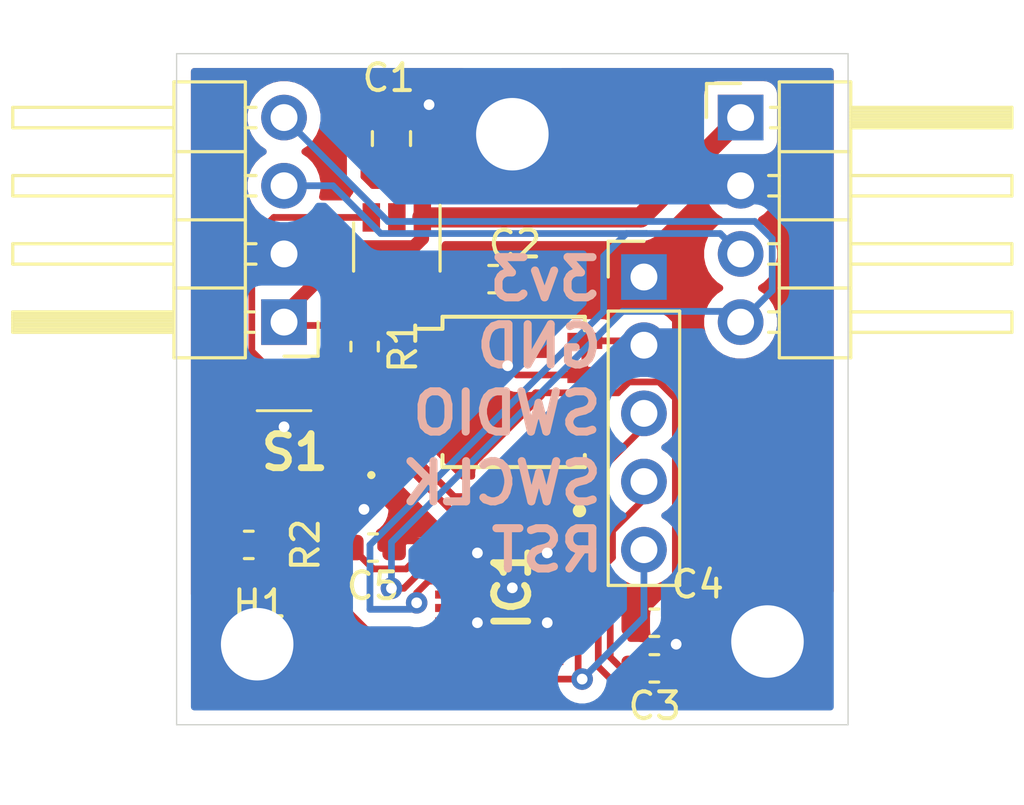
<source format=kicad_pcb>
(kicad_pcb (version 20171130) (host pcbnew "(5.1.6)-1")

  (general
    (thickness 1.6)
    (drawings 9)
    (tracks 162)
    (zones 0)
    (modules 17)
    (nets 35)
  )

  (page A4)
  (layers
    (0 F.Cu signal)
    (31 B.Cu signal)
    (32 B.Adhes user)
    (33 F.Adhes user)
    (34 B.Paste user)
    (35 F.Paste user)
    (36 B.SilkS user)
    (37 F.SilkS user)
    (38 B.Mask user)
    (39 F.Mask user)
    (40 Dwgs.User user)
    (41 Cmts.User user)
    (42 Eco1.User user)
    (43 Eco2.User user)
    (44 Edge.Cuts user)
    (45 Margin user)
    (46 B.CrtYd user)
    (47 F.CrtYd user)
    (48 B.Fab user)
    (49 F.Fab user)
  )

  (setup
    (last_trace_width 0.25)
    (trace_clearance 0.195)
    (zone_clearance 0.508)
    (zone_45_only no)
    (trace_min 0.2)
    (via_size 0.8)
    (via_drill 0.4)
    (via_min_size 0.4)
    (via_min_drill 0.3)
    (uvia_size 0.3)
    (uvia_drill 0.1)
    (uvias_allowed no)
    (uvia_min_size 0.2)
    (uvia_min_drill 0.1)
    (edge_width 0.05)
    (segment_width 0.2)
    (pcb_text_width 0.3)
    (pcb_text_size 1.5 1.5)
    (mod_edge_width 0.12)
    (mod_text_size 1 1)
    (mod_text_width 0.15)
    (pad_size 1.524 1.524)
    (pad_drill 0.762)
    (pad_to_mask_clearance 0.05)
    (aux_axis_origin 0 0)
    (visible_elements 7FFFFFFF)
    (pcbplotparams
      (layerselection 0x010f8_ffffffff)
      (usegerberextensions false)
      (usegerberattributes true)
      (usegerberadvancedattributes true)
      (creategerberjobfile true)
      (excludeedgelayer true)
      (linewidth 0.100000)
      (plotframeref false)
      (viasonmask false)
      (mode 1)
      (useauxorigin false)
      (hpglpennumber 1)
      (hpglpenspeed 20)
      (hpglpendiameter 15.000000)
      (psnegative false)
      (psa4output false)
      (plotreference true)
      (plotvalue true)
      (plotinvisibletext false)
      (padsonsilk false)
      (subtractmaskfromsilk false)
      (outputformat 1)
      (mirror false)
      (drillshape 0)
      (scaleselection 1)
      (outputdirectory "GERBERS/"))
  )

  (net 0 "")
  (net 1 "Net-(IC1-Pad32)")
  (net 2 "Net-(IC1-Pad29)")
  (net 3 "Net-(IC1-Pad24)")
  (net 4 "Net-(IC1-Pad23)")
  (net 5 "Net-(IC1-Pad22)")
  (net 6 "Net-(IC1-Pad21)")
  (net 7 "Net-(IC1-Pad20)")
  (net 8 "Net-(IC1-Pad19)")
  (net 9 "Net-(IC1-Pad18)")
  (net 10 "Net-(IC1-Pad17)")
  (net 11 "Net-(IC1-Pad16)")
  (net 12 "Net-(IC1-Pad15)")
  (net 13 "Net-(IC1-Pad14)")
  (net 14 "Net-(IC1-Pad13)")
  (net 15 "Net-(IC1-Pad4)")
  (net 16 "Net-(IC1-Pad3)")
  (net 17 "Net-(IC1-Pad2)")
  (net 18 "Net-(IC1-Pad1)")
  (net 19 "Net-(U2-Pad4)")
  (net 20 +5V)
  (net 21 GND)
  (net 22 +3V3)
  (net 23 /SCL)
  (net 24 /SDA)
  (net 25 "Net-(R1-Pad2)")
  (net 26 /RST)
  (net 27 "Net-(R2-Pad2)")
  (net 28 /VCORE)
  (net 29 /OP2)
  (net 30 /OP1)
  (net 31 /ON2)
  (net 32 /ON1)
  (net 33 /SWDIO)
  (net 34 /SWCLK)

  (net_class Default "This is the default net class."
    (clearance 0.195)
    (trace_width 0.25)
    (via_dia 0.8)
    (via_drill 0.4)
    (uvia_dia 0.3)
    (uvia_drill 0.1)
    (add_net +3V3)
    (add_net +5V)
    (add_net /ON1)
    (add_net /ON2)
    (add_net /OP1)
    (add_net /OP2)
    (add_net /RST)
    (add_net /SCL)
    (add_net /SDA)
    (add_net /SWCLK)
    (add_net /SWDIO)
    (add_net /VCORE)
    (add_net GND)
    (add_net "Net-(IC1-Pad1)")
    (add_net "Net-(IC1-Pad13)")
    (add_net "Net-(IC1-Pad14)")
    (add_net "Net-(IC1-Pad15)")
    (add_net "Net-(IC1-Pad16)")
    (add_net "Net-(IC1-Pad17)")
    (add_net "Net-(IC1-Pad18)")
    (add_net "Net-(IC1-Pad19)")
    (add_net "Net-(IC1-Pad2)")
    (add_net "Net-(IC1-Pad20)")
    (add_net "Net-(IC1-Pad21)")
    (add_net "Net-(IC1-Pad22)")
    (add_net "Net-(IC1-Pad23)")
    (add_net "Net-(IC1-Pad24)")
    (add_net "Net-(IC1-Pad29)")
    (add_net "Net-(IC1-Pad3)")
    (add_net "Net-(IC1-Pad32)")
    (add_net "Net-(IC1-Pad4)")
    (add_net "Net-(R1-Pad2)")
    (add_net "Net-(R2-Pad2)")
    (add_net "Net-(U2-Pad4)")
  )

  (module Connector_PinHeader_2.54mm:PinHeader_1x05_P2.54mm_Vertical (layer F.Cu) (tedit 59FED5CC) (tstamp 60BAEEE0)
    (at 61.4 130.32)
    (descr "Through hole straight pin header, 1x05, 2.54mm pitch, single row")
    (tags "Through hole pin header THT 1x05 2.54mm single row")
    (path /60BB17D2)
    (fp_text reference J3 (at 0 -2.33) (layer F.SilkS) hide
      (effects (font (size 1 1) (thickness 0.15)))
    )
    (fp_text value Conn_01x05 (at 0 12.49) (layer F.Fab)
      (effects (font (size 1 1) (thickness 0.15)))
    )
    (fp_line (start 1.8 -1.8) (end -1.8 -1.8) (layer F.CrtYd) (width 0.05))
    (fp_line (start 1.8 11.95) (end 1.8 -1.8) (layer F.CrtYd) (width 0.05))
    (fp_line (start -1.8 11.95) (end 1.8 11.95) (layer F.CrtYd) (width 0.05))
    (fp_line (start -1.8 -1.8) (end -1.8 11.95) (layer F.CrtYd) (width 0.05))
    (fp_line (start -1.33 -1.33) (end 0 -1.33) (layer F.SilkS) (width 0.12))
    (fp_line (start -1.33 0) (end -1.33 -1.33) (layer F.SilkS) (width 0.12))
    (fp_line (start -1.33 1.27) (end 1.33 1.27) (layer F.SilkS) (width 0.12))
    (fp_line (start 1.33 1.27) (end 1.33 11.49) (layer F.SilkS) (width 0.12))
    (fp_line (start -1.33 1.27) (end -1.33 11.49) (layer F.SilkS) (width 0.12))
    (fp_line (start -1.33 11.49) (end 1.33 11.49) (layer F.SilkS) (width 0.12))
    (fp_line (start -1.27 -0.635) (end -0.635 -1.27) (layer F.Fab) (width 0.1))
    (fp_line (start -1.27 11.43) (end -1.27 -0.635) (layer F.Fab) (width 0.1))
    (fp_line (start 1.27 11.43) (end -1.27 11.43) (layer F.Fab) (width 0.1))
    (fp_line (start 1.27 -1.27) (end 1.27 11.43) (layer F.Fab) (width 0.1))
    (fp_line (start -0.635 -1.27) (end 1.27 -1.27) (layer F.Fab) (width 0.1))
    (fp_text user %R (at 0 5.08 90) (layer F.Fab)
      (effects (font (size 1 1) (thickness 0.15)))
    )
    (pad 5 thru_hole oval (at 0 10.16) (size 1.7 1.7) (drill 1) (layers *.Cu *.Mask)
      (net 26 /RST))
    (pad 4 thru_hole oval (at 0 7.62) (size 1.7 1.7) (drill 1) (layers *.Cu *.Mask)
      (net 34 /SWCLK))
    (pad 3 thru_hole oval (at 0 5.08) (size 1.7 1.7) (drill 1) (layers *.Cu *.Mask)
      (net 33 /SWDIO))
    (pad 2 thru_hole oval (at 0 2.54) (size 1.7 1.7) (drill 1) (layers *.Cu *.Mask)
      (net 21 GND))
    (pad 1 thru_hole rect (at 0 0) (size 1.7 1.7) (drill 1) (layers *.Cu *.Mask)
      (net 22 +3V3))
    (model ${KISYS3DMOD}/Connector_PinHeader_2.54mm.3dshapes/PinHeader_1x05_P2.54mm_Vertical.wrl
      (at (xyz 0 0 0))
      (scale (xyz 1 1 1))
      (rotate (xyz 0 0 0))
    )
  )

  (module Capacitor_SMD:C_0603_1608Metric (layer F.Cu) (tedit 5B301BBE) (tstamp 60B9DA07)
    (at 51.3125 140.4 180)
    (descr "Capacitor SMD 0603 (1608 Metric), square (rectangular) end terminal, IPC_7351 nominal, (Body size source: http://www.tortai-tech.com/upload/download/2011102023233369053.pdf), generated with kicad-footprint-generator")
    (tags capacitor)
    (path /60C247E7)
    (attr smd)
    (fp_text reference C5 (at 0 -1.43) (layer F.SilkS)
      (effects (font (size 1 1) (thickness 0.15)))
    )
    (fp_text value 100nF (at 0 1.43) (layer F.Fab)
      (effects (font (size 1 1) (thickness 0.15)))
    )
    (fp_line (start -0.8 0.4) (end -0.8 -0.4) (layer F.Fab) (width 0.1))
    (fp_line (start -0.8 -0.4) (end 0.8 -0.4) (layer F.Fab) (width 0.1))
    (fp_line (start 0.8 -0.4) (end 0.8 0.4) (layer F.Fab) (width 0.1))
    (fp_line (start 0.8 0.4) (end -0.8 0.4) (layer F.Fab) (width 0.1))
    (fp_line (start -0.162779 -0.51) (end 0.162779 -0.51) (layer F.SilkS) (width 0.12))
    (fp_line (start -0.162779 0.51) (end 0.162779 0.51) (layer F.SilkS) (width 0.12))
    (fp_line (start -1.48 0.73) (end -1.48 -0.73) (layer F.CrtYd) (width 0.05))
    (fp_line (start -1.48 -0.73) (end 1.48 -0.73) (layer F.CrtYd) (width 0.05))
    (fp_line (start 1.48 -0.73) (end 1.48 0.73) (layer F.CrtYd) (width 0.05))
    (fp_line (start 1.48 0.73) (end -1.48 0.73) (layer F.CrtYd) (width 0.05))
    (fp_text user %R (at 0 0) (layer F.Fab)
      (effects (font (size 0.4 0.4) (thickness 0.06)))
    )
    (pad 2 smd roundrect (at 0.7875 0 180) (size 0.875 0.95) (layers F.Cu F.Paste F.Mask) (roundrect_rratio 0.25)
      (net 21 GND))
    (pad 1 smd roundrect (at -0.7875 0 180) (size 0.875 0.95) (layers F.Cu F.Paste F.Mask) (roundrect_rratio 0.25)
      (net 22 +3V3))
    (model ${KISYS3DMOD}/Capacitor_SMD.3dshapes/C_0603_1608Metric.wrl
      (at (xyz 0 0 0))
      (scale (xyz 1 1 1))
      (rotate (xyz 0 0 0))
    )
  )

  (module Capacitor_SMD:C_0603_1608Metric (layer F.Cu) (tedit 5B301BBE) (tstamp 60B9C4EA)
    (at 61.7875 143.2)
    (descr "Capacitor SMD 0603 (1608 Metric), square (rectangular) end terminal, IPC_7351 nominal, (Body size source: http://www.tortai-tech.com/upload/download/2011102023233369053.pdf), generated with kicad-footprint-generator")
    (tags capacitor)
    (path /60C08FEE)
    (attr smd)
    (fp_text reference C4 (at 1.6125 -1.43) (layer F.SilkS)
      (effects (font (size 1 1) (thickness 0.15)))
    )
    (fp_text value 100nF (at 0 1.43) (layer F.Fab)
      (effects (font (size 1 1) (thickness 0.15)))
    )
    (fp_line (start -0.8 0.4) (end -0.8 -0.4) (layer F.Fab) (width 0.1))
    (fp_line (start -0.8 -0.4) (end 0.8 -0.4) (layer F.Fab) (width 0.1))
    (fp_line (start 0.8 -0.4) (end 0.8 0.4) (layer F.Fab) (width 0.1))
    (fp_line (start 0.8 0.4) (end -0.8 0.4) (layer F.Fab) (width 0.1))
    (fp_line (start -0.162779 -0.51) (end 0.162779 -0.51) (layer F.SilkS) (width 0.12))
    (fp_line (start -0.162779 0.51) (end 0.162779 0.51) (layer F.SilkS) (width 0.12))
    (fp_line (start -1.48 0.73) (end -1.48 -0.73) (layer F.CrtYd) (width 0.05))
    (fp_line (start -1.48 -0.73) (end 1.48 -0.73) (layer F.CrtYd) (width 0.05))
    (fp_line (start 1.48 -0.73) (end 1.48 0.73) (layer F.CrtYd) (width 0.05))
    (fp_line (start 1.48 0.73) (end -1.48 0.73) (layer F.CrtYd) (width 0.05))
    (fp_text user %R (at 0 0) (layer F.Fab)
      (effects (font (size 0.4 0.4) (thickness 0.06)))
    )
    (pad 2 smd roundrect (at 0.7875 0) (size 0.875 0.95) (layers F.Cu F.Paste F.Mask) (roundrect_rratio 0.25)
      (net 21 GND))
    (pad 1 smd roundrect (at -0.7875 0) (size 0.875 0.95) (layers F.Cu F.Paste F.Mask) (roundrect_rratio 0.25)
      (net 22 +3V3))
    (model ${KISYS3DMOD}/Capacitor_SMD.3dshapes/C_0603_1608Metric.wrl
      (at (xyz 0 0 0))
      (scale (xyz 1 1 1))
      (rotate (xyz 0 0 0))
    )
  )

  (module Capacitor_SMD:C_0603_1608Metric (layer F.Cu) (tedit 5B301BBE) (tstamp 60B9C4D9)
    (at 61.7875 144.9)
    (descr "Capacitor SMD 0603 (1608 Metric), square (rectangular) end terminal, IPC_7351 nominal, (Body size source: http://www.tortai-tech.com/upload/download/2011102023233369053.pdf), generated with kicad-footprint-generator")
    (tags capacitor)
    (path /60BFECE9)
    (attr smd)
    (fp_text reference C3 (at 0.0125 1.4) (layer F.SilkS)
      (effects (font (size 1 1) (thickness 0.15)))
    )
    (fp_text value 100nF (at 1.1 1.43) (layer F.Fab)
      (effects (font (size 1 1) (thickness 0.15)))
    )
    (fp_line (start -0.8 0.4) (end -0.8 -0.4) (layer F.Fab) (width 0.1))
    (fp_line (start -0.8 -0.4) (end 0.8 -0.4) (layer F.Fab) (width 0.1))
    (fp_line (start 0.8 -0.4) (end 0.8 0.4) (layer F.Fab) (width 0.1))
    (fp_line (start 0.8 0.4) (end -0.8 0.4) (layer F.Fab) (width 0.1))
    (fp_line (start -0.162779 -0.51) (end 0.162779 -0.51) (layer F.SilkS) (width 0.12))
    (fp_line (start -0.162779 0.51) (end 0.162779 0.51) (layer F.SilkS) (width 0.12))
    (fp_line (start -1.48 0.73) (end -1.48 -0.73) (layer F.CrtYd) (width 0.05))
    (fp_line (start -1.48 -0.73) (end 1.48 -0.73) (layer F.CrtYd) (width 0.05))
    (fp_line (start 1.48 -0.73) (end 1.48 0.73) (layer F.CrtYd) (width 0.05))
    (fp_line (start 1.48 0.73) (end -1.48 0.73) (layer F.CrtYd) (width 0.05))
    (fp_text user %R (at 0 0) (layer F.Fab)
      (effects (font (size 0.4 0.4) (thickness 0.06)))
    )
    (pad 2 smd roundrect (at 0.7875 0) (size 0.875 0.95) (layers F.Cu F.Paste F.Mask) (roundrect_rratio 0.25)
      (net 21 GND))
    (pad 1 smd roundrect (at -0.7875 0) (size 0.875 0.95) (layers F.Cu F.Paste F.Mask) (roundrect_rratio 0.25)
      (net 28 /VCORE))
    (model ${KISYS3DMOD}/Capacitor_SMD.3dshapes/C_0603_1608Metric.wrl
      (at (xyz 0 0 0))
      (scale (xyz 1 1 1))
      (rotate (xyz 0 0 0))
    )
  )

  (module MountingHole:MountingHole_2.7mm_M2.5_DIN965_Pad (layer F.Cu) (tedit 56D1B4CB) (tstamp 60B9B889)
    (at 56.5 125)
    (descr "Mounting Hole 2.7mm, M2.5, DIN965")
    (tags "mounting hole 2.7mm m2.5 din965")
    (path /60BD8816)
    (attr virtual)
    (fp_text reference H3 (at 0 -3.35) (layer F.SilkS) hide
      (effects (font (size 1 1) (thickness 0.15)))
    )
    (fp_text value MountingHole_Pad (at 0 3.35) (layer F.Fab)
      (effects (font (size 1 1) (thickness 0.15)))
    )
    (fp_circle (center 0 0) (end 2.35 0) (layer Cmts.User) (width 0.15))
    (fp_circle (center 0 0) (end 2.6 0) (layer F.CrtYd) (width 0.05))
    (fp_text user %R (at 0.3 0) (layer F.Fab)
      (effects (font (size 1 1) (thickness 0.15)))
    )
    (pad 1 thru_hole circle (at 0 0) (size 4.7 4.7) (drill 2.7) (layers *.Cu *.Mask)
      (net 21 GND))
  )

  (module MountingHole:MountingHole_2.7mm_M2.5_DIN965_Pad (layer F.Cu) (tedit 56D1B4CB) (tstamp 60B9B881)
    (at 66 143.9)
    (descr "Mounting Hole 2.7mm, M2.5, DIN965")
    (tags "mounting hole 2.7mm m2.5 din965")
    (path /60BDA730)
    (attr virtual)
    (fp_text reference H2 (at 0 -3.35 90) (layer F.SilkS) hide
      (effects (font (size 1 1) (thickness 0.15)))
    )
    (fp_text value MountingHole_Pad (at 0 3.35) (layer F.Fab)
      (effects (font (size 1 1) (thickness 0.15)))
    )
    (fp_circle (center 0 0) (end 2.35 0) (layer Cmts.User) (width 0.15))
    (fp_circle (center 0 0) (end 2.6 0) (layer F.CrtYd) (width 0.05))
    (fp_text user %R (at 0.3 0) (layer F.Fab)
      (effects (font (size 1 1) (thickness 0.15)))
    )
    (pad 1 thru_hole circle (at 0 0) (size 4.7 4.7) (drill 2.7) (layers *.Cu *.Mask)
      (net 21 GND))
  )

  (module MountingHole:MountingHole_2.7mm_M2.5_DIN965_Pad (layer F.Cu) (tedit 56D1B4CB) (tstamp 60B9B879)
    (at 47 144)
    (descr "Mounting Hole 2.7mm, M2.5, DIN965")
    (tags "mounting hole 2.7mm m2.5 din965")
    (path /60BDBA92)
    (attr virtual)
    (fp_text reference H1 (at 0.1 -1.5) (layer F.SilkS)
      (effects (font (size 1 1) (thickness 0.15)))
    )
    (fp_text value MountingHole_Pad (at 0 3.35) (layer F.Fab)
      (effects (font (size 1 1) (thickness 0.15)))
    )
    (fp_circle (center 0 0) (end 2.35 0) (layer Cmts.User) (width 0.15))
    (fp_circle (center 0 0) (end 2.6 0) (layer F.CrtYd) (width 0.05))
    (fp_text user %R (at 0.3 0) (layer F.Fab)
      (effects (font (size 1 1) (thickness 0.15)))
    )
    (pad 1 thru_hole circle (at 0 0) (size 4.7 4.7) (drill 2.7) (layers *.Cu *.Mask)
      (net 21 GND))
  )

  (module Resistor_SMD:R_0603_1608Metric (layer F.Cu) (tedit 5B301BBD) (tstamp 60B9B4C1)
    (at 46.6875 140.3 180)
    (descr "Resistor SMD 0603 (1608 Metric), square (rectangular) end terminal, IPC_7351 nominal, (Body size source: http://www.tortai-tech.com/upload/download/2011102023233369053.pdf), generated with kicad-footprint-generator")
    (tags resistor)
    (path /60BCA533)
    (attr smd)
    (fp_text reference R2 (at -2.1125 0 90) (layer F.SilkS)
      (effects (font (size 1 1) (thickness 0.15)))
    )
    (fp_text value 174 (at 0 1.43) (layer F.Fab)
      (effects (font (size 1 1) (thickness 0.15)))
    )
    (fp_line (start -0.8 0.4) (end -0.8 -0.4) (layer F.Fab) (width 0.1))
    (fp_line (start -0.8 -0.4) (end 0.8 -0.4) (layer F.Fab) (width 0.1))
    (fp_line (start 0.8 -0.4) (end 0.8 0.4) (layer F.Fab) (width 0.1))
    (fp_line (start 0.8 0.4) (end -0.8 0.4) (layer F.Fab) (width 0.1))
    (fp_line (start -0.162779 -0.51) (end 0.162779 -0.51) (layer F.SilkS) (width 0.12))
    (fp_line (start -0.162779 0.51) (end 0.162779 0.51) (layer F.SilkS) (width 0.12))
    (fp_line (start -1.48 0.73) (end -1.48 -0.73) (layer F.CrtYd) (width 0.05))
    (fp_line (start -1.48 -0.73) (end 1.48 -0.73) (layer F.CrtYd) (width 0.05))
    (fp_line (start 1.48 -0.73) (end 1.48 0.73) (layer F.CrtYd) (width 0.05))
    (fp_line (start 1.48 0.73) (end -1.48 0.73) (layer F.CrtYd) (width 0.05))
    (fp_text user %R (at 0 0) (layer F.Fab)
      (effects (font (size 0.4 0.4) (thickness 0.06)))
    )
    (pad 2 smd roundrect (at 0.7875 0 180) (size 0.875 0.95) (layers F.Cu F.Paste F.Mask) (roundrect_rratio 0.25)
      (net 27 "Net-(R2-Pad2)"))
    (pad 1 smd roundrect (at -0.7875 0 180) (size 0.875 0.95) (layers F.Cu F.Paste F.Mask) (roundrect_rratio 0.25)
      (net 26 /RST))
    (model ${KISYS3DMOD}/Resistor_SMD.3dshapes/R_0603_1608Metric.wrl
      (at (xyz 0 0 0))
      (scale (xyz 1 1 1))
      (rotate (xyz 0 0 0))
    )
  )

  (module Resistor_SMD:R_0603_1608Metric (layer F.Cu) (tedit 5B301BBD) (tstamp 60B9B4B0)
    (at 51 132.9125 270)
    (descr "Resistor SMD 0603 (1608 Metric), square (rectangular) end terminal, IPC_7351 nominal, (Body size source: http://www.tortai-tech.com/upload/download/2011102023233369053.pdf), generated with kicad-footprint-generator")
    (tags resistor)
    (path /60BB7024)
    (attr smd)
    (fp_text reference R1 (at 0 -1.43 90) (layer F.SilkS)
      (effects (font (size 1 1) (thickness 0.15)))
    )
    (fp_text value 10k (at 0 1.43 90) (layer F.Fab)
      (effects (font (size 1 1) (thickness 0.15)))
    )
    (fp_line (start -0.8 0.4) (end -0.8 -0.4) (layer F.Fab) (width 0.1))
    (fp_line (start -0.8 -0.4) (end 0.8 -0.4) (layer F.Fab) (width 0.1))
    (fp_line (start 0.8 -0.4) (end 0.8 0.4) (layer F.Fab) (width 0.1))
    (fp_line (start 0.8 0.4) (end -0.8 0.4) (layer F.Fab) (width 0.1))
    (fp_line (start -0.162779 -0.51) (end 0.162779 -0.51) (layer F.SilkS) (width 0.12))
    (fp_line (start -0.162779 0.51) (end 0.162779 0.51) (layer F.SilkS) (width 0.12))
    (fp_line (start -1.48 0.73) (end -1.48 -0.73) (layer F.CrtYd) (width 0.05))
    (fp_line (start -1.48 -0.73) (end 1.48 -0.73) (layer F.CrtYd) (width 0.05))
    (fp_line (start 1.48 -0.73) (end 1.48 0.73) (layer F.CrtYd) (width 0.05))
    (fp_line (start 1.48 0.73) (end -1.48 0.73) (layer F.CrtYd) (width 0.05))
    (fp_text user %R (at 0 0 90) (layer F.Fab)
      (effects (font (size 0.4 0.4) (thickness 0.06)))
    )
    (pad 2 smd roundrect (at 0.7875 0 270) (size 0.875 0.95) (layers F.Cu F.Paste F.Mask) (roundrect_rratio 0.25)
      (net 25 "Net-(R1-Pad2)"))
    (pad 1 smd roundrect (at -0.7875 0 270) (size 0.875 0.95) (layers F.Cu F.Paste F.Mask) (roundrect_rratio 0.25)
      (net 20 +5V))
    (model ${KISYS3DMOD}/Resistor_SMD.3dshapes/R_0603_1608Metric.wrl
      (at (xyz 0 0 0))
      (scale (xyz 1 1 1))
      (rotate (xyz 0 0 0))
    )
  )

  (module Capacitor_SMD:C_0603_1608Metric (layer F.Cu) (tedit 5B301BBE) (tstamp 60B9AE08)
    (at 55.7875 130.4)
    (descr "Capacitor SMD 0603 (1608 Metric), square (rectangular) end terminal, IPC_7351 nominal, (Body size source: http://www.tortai-tech.com/upload/download/2011102023233369053.pdf), generated with kicad-footprint-generator")
    (tags capacitor)
    (path /60BB41A4)
    (attr smd)
    (fp_text reference C2 (at 0.8125 -1.3) (layer F.SilkS)
      (effects (font (size 1 1) (thickness 0.15)))
    )
    (fp_text value 1uF (at 0 1.43) (layer F.Fab)
      (effects (font (size 1 1) (thickness 0.15)))
    )
    (fp_line (start -0.8 0.4) (end -0.8 -0.4) (layer F.Fab) (width 0.1))
    (fp_line (start -0.8 -0.4) (end 0.8 -0.4) (layer F.Fab) (width 0.1))
    (fp_line (start 0.8 -0.4) (end 0.8 0.4) (layer F.Fab) (width 0.1))
    (fp_line (start 0.8 0.4) (end -0.8 0.4) (layer F.Fab) (width 0.1))
    (fp_line (start -0.162779 -0.51) (end 0.162779 -0.51) (layer F.SilkS) (width 0.12))
    (fp_line (start -0.162779 0.51) (end 0.162779 0.51) (layer F.SilkS) (width 0.12))
    (fp_line (start -1.48 0.73) (end -1.48 -0.73) (layer F.CrtYd) (width 0.05))
    (fp_line (start -1.48 -0.73) (end 1.48 -0.73) (layer F.CrtYd) (width 0.05))
    (fp_line (start 1.48 -0.73) (end 1.48 0.73) (layer F.CrtYd) (width 0.05))
    (fp_line (start 1.48 0.73) (end -1.48 0.73) (layer F.CrtYd) (width 0.05))
    (fp_text user %R (at 0 0) (layer F.Fab)
      (effects (font (size 0.4 0.4) (thickness 0.06)))
    )
    (pad 2 smd roundrect (at 0.7875 0) (size 0.875 0.95) (layers F.Cu F.Paste F.Mask) (roundrect_rratio 0.25)
      (net 21 GND))
    (pad 1 smd roundrect (at -0.7875 0) (size 0.875 0.95) (layers F.Cu F.Paste F.Mask) (roundrect_rratio 0.25)
      (net 22 +3V3))
    (model ${KISYS3DMOD}/Capacitor_SMD.3dshapes/C_0603_1608Metric.wrl
      (at (xyz 0 0 0))
      (scale (xyz 1 1 1))
      (rotate (xyz 0 0 0))
    )
  )

  (module Capacitor_SMD:C_0805_2012Metric (layer F.Cu) (tedit 5B36C52B) (tstamp 60B9ADF7)
    (at 52 125.1625 270)
    (descr "Capacitor SMD 0805 (2012 Metric), square (rectangular) end terminal, IPC_7351 nominal, (Body size source: https://docs.google.com/spreadsheets/d/1BsfQQcO9C6DZCsRaXUlFlo91Tg2WpOkGARC1WS5S8t0/edit?usp=sharing), generated with kicad-footprint-generator")
    (tags capacitor)
    (path /60BB56FD)
    (attr smd)
    (fp_text reference C1 (at -2.2625 0.1 180) (layer F.SilkS)
      (effects (font (size 1 1) (thickness 0.15)))
    )
    (fp_text value 10uF (at 0 1.65 90) (layer F.Fab)
      (effects (font (size 1 1) (thickness 0.15)))
    )
    (fp_line (start -1 0.6) (end -1 -0.6) (layer F.Fab) (width 0.1))
    (fp_line (start -1 -0.6) (end 1 -0.6) (layer F.Fab) (width 0.1))
    (fp_line (start 1 -0.6) (end 1 0.6) (layer F.Fab) (width 0.1))
    (fp_line (start 1 0.6) (end -1 0.6) (layer F.Fab) (width 0.1))
    (fp_line (start -0.258578 -0.71) (end 0.258578 -0.71) (layer F.SilkS) (width 0.12))
    (fp_line (start -0.258578 0.71) (end 0.258578 0.71) (layer F.SilkS) (width 0.12))
    (fp_line (start -1.68 0.95) (end -1.68 -0.95) (layer F.CrtYd) (width 0.05))
    (fp_line (start -1.68 -0.95) (end 1.68 -0.95) (layer F.CrtYd) (width 0.05))
    (fp_line (start 1.68 -0.95) (end 1.68 0.95) (layer F.CrtYd) (width 0.05))
    (fp_line (start 1.68 0.95) (end -1.68 0.95) (layer F.CrtYd) (width 0.05))
    (fp_text user %R (at 0 0 90) (layer F.Fab)
      (effects (font (size 0.5 0.5) (thickness 0.08)))
    )
    (pad 2 smd roundrect (at 0.9375 0 270) (size 0.975 1.4) (layers F.Cu F.Paste F.Mask) (roundrect_rratio 0.25)
      (net 20 +5V))
    (pad 1 smd roundrect (at -0.9375 0 270) (size 0.975 1.4) (layers F.Cu F.Paste F.Mask) (roundrect_rratio 0.25)
      (net 21 GND))
    (model ${KISYS3DMOD}/Capacitor_SMD.3dshapes/C_0805_2012Metric.wrl
      (at (xyz 0 0 0))
      (scale (xyz 1 1 1))
      (rotate (xyz 0 0 0))
    )
  )

  (module Package_TO_SOT_SMD:SOT-96-1 (layer F.Cu) (tedit 60B98BB9) (tstamp 60B9A818)
    (at 56.5 134.5)
    (path /60B9B0FB)
    (fp_text reference U3 (at 1.3 -3.3) (layer F.SilkS) hide
      (effects (font (size 1 1) (thickness 0.15)))
    )
    (fp_text value KMZ49 (at 0.05 3.95) (layer F.Fab)
      (effects (font (size 1 1) (thickness 0.15)))
    )
    (fp_line (start -1.05 -2.45) (end 1.75 -2.45) (layer F.Fab) (width 0.15))
    (fp_line (start -3.45 -2.8) (end -3.45 3) (layer F.CrtYd) (width 0.05))
    (fp_line (start -1.6 -1.85) (end -1.05 -2.45) (layer F.Fab) (width 0.15))
    (fp_line (start -3.45 -2.8) (end 3.55 -2.8) (layer F.CrtYd) (width 0.05))
    (fp_line (start 3.55 -2.8) (end 3.55 3) (layer F.CrtYd) (width 0.05))
    (fp_line (start -2.6 -2.7) (end 2.7 -2.7) (layer F.SilkS) (width 0.15))
    (fp_line (start -2.6 2.9) (end -2.6 2.45) (layer F.SilkS) (width 0.15))
    (fp_line (start -2.6 -2.7) (end -2.6 -2.25) (layer F.SilkS) (width 0.15))
    (fp_line (start 2.7 -2.7) (end 2.7 -2.2) (layer F.SilkS) (width 0.15))
    (fp_line (start -2.6 -2.25) (end -3.5 -2.25) (layer F.SilkS) (width 0.15))
    (fp_line (start 1.75 -2.45) (end 1.75 2.55) (layer F.Fab) (width 0.15))
    (fp_line (start 1.75 2.55) (end -1.6 2.55) (layer F.Fab) (width 0.15))
    (fp_line (start -3.45 3) (end 3.55 3) (layer F.CrtYd) (width 0.05))
    (fp_line (start 2.7 2.9) (end 2.7 2.45) (layer F.SilkS) (width 0.15))
    (fp_line (start -1.6 2.55) (end -1.6 -1.85) (layer F.Fab) (width 0.15))
    (fp_line (start -2.6 2.9) (end 2.7 2.9) (layer F.SilkS) (width 0.15))
    (fp_text user %R (at 0.1 -0.1) (layer F.Fab)
      (effects (font (size 1 1) (thickness 0.15)))
    )
    (pad 1 smd rect (at -2.6 -1.8) (size 1.3 0.6) (layers F.Cu F.Paste F.Mask)
      (net 32 /ON1))
    (pad 8 smd rect (at 2.7 -1.8) (size 1.3 0.6) (layers F.Cu F.Paste F.Mask)
      (net 21 GND))
    (pad 2 smd rect (at -2.6 -0.53) (size 1.3 0.6) (layers F.Cu F.Paste F.Mask)
      (net 31 /ON2))
    (pad 4 smd rect (at -2.6 2.03) (size 1.3 0.6) (layers F.Cu F.Paste F.Mask)
      (net 22 +3V3))
    (pad 3 smd rect (at -2.6 0.76) (size 1.3 0.6) (layers F.Cu F.Paste F.Mask)
      (net 22 +3V3))
    (pad 5 smd rect (at 2.7 2.03) (size 1.3 0.6) (layers F.Cu F.Paste F.Mask)
      (net 30 /OP1))
    (pad 6 smd rect (at 2.7 0.76) (size 1.3 0.6) (layers F.Cu F.Paste F.Mask)
      (net 29 /OP2))
    (pad 7 smd rect (at 2.7 -0.53) (size 1.3 0.6) (layers F.Cu F.Paste F.Mask)
      (net 21 GND))
  )

  (module Connector_PinHeader_2.54mm:PinHeader_1x04_P2.54mm_Horizontal (layer F.Cu) (tedit 59FED5CB) (tstamp 60B8996F)
    (at 65 124.38)
    (descr "Through hole angled pin header, 1x04, 2.54mm pitch, 6mm pin length, single row")
    (tags "Through hole angled pin header THT 1x04 2.54mm single row")
    (path /60B91F58)
    (fp_text reference J2 (at 4.385 -2.27) (layer F.SilkS) hide
      (effects (font (size 1 1) (thickness 0.15)))
    )
    (fp_text value Conn_01x04 (at 4.385 9.89) (layer F.Fab)
      (effects (font (size 1 1) (thickness 0.15)))
    )
    (fp_line (start 2.135 -1.27) (end 4.04 -1.27) (layer F.Fab) (width 0.1))
    (fp_line (start 4.04 -1.27) (end 4.04 8.89) (layer F.Fab) (width 0.1))
    (fp_line (start 4.04 8.89) (end 1.5 8.89) (layer F.Fab) (width 0.1))
    (fp_line (start 1.5 8.89) (end 1.5 -0.635) (layer F.Fab) (width 0.1))
    (fp_line (start 1.5 -0.635) (end 2.135 -1.27) (layer F.Fab) (width 0.1))
    (fp_line (start -0.32 -0.32) (end 1.5 -0.32) (layer F.Fab) (width 0.1))
    (fp_line (start -0.32 -0.32) (end -0.32 0.32) (layer F.Fab) (width 0.1))
    (fp_line (start -0.32 0.32) (end 1.5 0.32) (layer F.Fab) (width 0.1))
    (fp_line (start 4.04 -0.32) (end 10.04 -0.32) (layer F.Fab) (width 0.1))
    (fp_line (start 10.04 -0.32) (end 10.04 0.32) (layer F.Fab) (width 0.1))
    (fp_line (start 4.04 0.32) (end 10.04 0.32) (layer F.Fab) (width 0.1))
    (fp_line (start -0.32 2.22) (end 1.5 2.22) (layer F.Fab) (width 0.1))
    (fp_line (start -0.32 2.22) (end -0.32 2.86) (layer F.Fab) (width 0.1))
    (fp_line (start -0.32 2.86) (end 1.5 2.86) (layer F.Fab) (width 0.1))
    (fp_line (start 4.04 2.22) (end 10.04 2.22) (layer F.Fab) (width 0.1))
    (fp_line (start 10.04 2.22) (end 10.04 2.86) (layer F.Fab) (width 0.1))
    (fp_line (start 4.04 2.86) (end 10.04 2.86) (layer F.Fab) (width 0.1))
    (fp_line (start -0.32 4.76) (end 1.5 4.76) (layer F.Fab) (width 0.1))
    (fp_line (start -0.32 4.76) (end -0.32 5.4) (layer F.Fab) (width 0.1))
    (fp_line (start -0.32 5.4) (end 1.5 5.4) (layer F.Fab) (width 0.1))
    (fp_line (start 4.04 4.76) (end 10.04 4.76) (layer F.Fab) (width 0.1))
    (fp_line (start 10.04 4.76) (end 10.04 5.4) (layer F.Fab) (width 0.1))
    (fp_line (start 4.04 5.4) (end 10.04 5.4) (layer F.Fab) (width 0.1))
    (fp_line (start -0.32 7.3) (end 1.5 7.3) (layer F.Fab) (width 0.1))
    (fp_line (start -0.32 7.3) (end -0.32 7.94) (layer F.Fab) (width 0.1))
    (fp_line (start -0.32 7.94) (end 1.5 7.94) (layer F.Fab) (width 0.1))
    (fp_line (start 4.04 7.3) (end 10.04 7.3) (layer F.Fab) (width 0.1))
    (fp_line (start 10.04 7.3) (end 10.04 7.94) (layer F.Fab) (width 0.1))
    (fp_line (start 4.04 7.94) (end 10.04 7.94) (layer F.Fab) (width 0.1))
    (fp_line (start 1.44 -1.33) (end 1.44 8.95) (layer F.SilkS) (width 0.12))
    (fp_line (start 1.44 8.95) (end 4.1 8.95) (layer F.SilkS) (width 0.12))
    (fp_line (start 4.1 8.95) (end 4.1 -1.33) (layer F.SilkS) (width 0.12))
    (fp_line (start 4.1 -1.33) (end 1.44 -1.33) (layer F.SilkS) (width 0.12))
    (fp_line (start 4.1 -0.38) (end 10.1 -0.38) (layer F.SilkS) (width 0.12))
    (fp_line (start 10.1 -0.38) (end 10.1 0.38) (layer F.SilkS) (width 0.12))
    (fp_line (start 10.1 0.38) (end 4.1 0.38) (layer F.SilkS) (width 0.12))
    (fp_line (start 4.1 -0.32) (end 10.1 -0.32) (layer F.SilkS) (width 0.12))
    (fp_line (start 4.1 -0.2) (end 10.1 -0.2) (layer F.SilkS) (width 0.12))
    (fp_line (start 4.1 -0.08) (end 10.1 -0.08) (layer F.SilkS) (width 0.12))
    (fp_line (start 4.1 0.04) (end 10.1 0.04) (layer F.SilkS) (width 0.12))
    (fp_line (start 4.1 0.16) (end 10.1 0.16) (layer F.SilkS) (width 0.12))
    (fp_line (start 4.1 0.28) (end 10.1 0.28) (layer F.SilkS) (width 0.12))
    (fp_line (start 1.11 -0.38) (end 1.44 -0.38) (layer F.SilkS) (width 0.12))
    (fp_line (start 1.11 0.38) (end 1.44 0.38) (layer F.SilkS) (width 0.12))
    (fp_line (start 1.44 1.27) (end 4.1 1.27) (layer F.SilkS) (width 0.12))
    (fp_line (start 4.1 2.16) (end 10.1 2.16) (layer F.SilkS) (width 0.12))
    (fp_line (start 10.1 2.16) (end 10.1 2.92) (layer F.SilkS) (width 0.12))
    (fp_line (start 10.1 2.92) (end 4.1 2.92) (layer F.SilkS) (width 0.12))
    (fp_line (start 1.042929 2.16) (end 1.44 2.16) (layer F.SilkS) (width 0.12))
    (fp_line (start 1.042929 2.92) (end 1.44 2.92) (layer F.SilkS) (width 0.12))
    (fp_line (start 1.44 3.81) (end 4.1 3.81) (layer F.SilkS) (width 0.12))
    (fp_line (start 4.1 4.7) (end 10.1 4.7) (layer F.SilkS) (width 0.12))
    (fp_line (start 10.1 4.7) (end 10.1 5.46) (layer F.SilkS) (width 0.12))
    (fp_line (start 10.1 5.46) (end 4.1 5.46) (layer F.SilkS) (width 0.12))
    (fp_line (start 1.042929 4.7) (end 1.44 4.7) (layer F.SilkS) (width 0.12))
    (fp_line (start 1.042929 5.46) (end 1.44 5.46) (layer F.SilkS) (width 0.12))
    (fp_line (start 1.44 6.35) (end 4.1 6.35) (layer F.SilkS) (width 0.12))
    (fp_line (start 4.1 7.24) (end 10.1 7.24) (layer F.SilkS) (width 0.12))
    (fp_line (start 10.1 7.24) (end 10.1 8) (layer F.SilkS) (width 0.12))
    (fp_line (start 10.1 8) (end 4.1 8) (layer F.SilkS) (width 0.12))
    (fp_line (start 1.042929 7.24) (end 1.44 7.24) (layer F.SilkS) (width 0.12))
    (fp_line (start 1.042929 8) (end 1.44 8) (layer F.SilkS) (width 0.12))
    (fp_line (start -1.27 0) (end -1.27 -1.27) (layer F.SilkS) (width 0.12))
    (fp_line (start -1.27 -1.27) (end 0 -1.27) (layer F.SilkS) (width 0.12))
    (fp_line (start -1.8 -1.8) (end -1.8 9.4) (layer F.CrtYd) (width 0.05))
    (fp_line (start -1.8 9.4) (end 10.55 9.4) (layer F.CrtYd) (width 0.05))
    (fp_line (start 10.55 9.4) (end 10.55 -1.8) (layer F.CrtYd) (width 0.05))
    (fp_line (start 10.55 -1.8) (end -1.8 -1.8) (layer F.CrtYd) (width 0.05))
    (fp_text user %R (at 2.77 3.81 90) (layer F.Fab)
      (effects (font (size 1 1) (thickness 0.15)))
    )
    (pad 4 thru_hole oval (at 0 7.62) (size 1.7 1.7) (drill 1) (layers *.Cu *.Mask)
      (net 23 /SCL))
    (pad 3 thru_hole oval (at 0 5.08) (size 1.7 1.7) (drill 1) (layers *.Cu *.Mask)
      (net 24 /SDA))
    (pad 2 thru_hole oval (at 0 2.54) (size 1.7 1.7) (drill 1) (layers *.Cu *.Mask)
      (net 21 GND))
    (pad 1 thru_hole rect (at 0 0) (size 1.7 1.7) (drill 1) (layers *.Cu *.Mask)
      (net 20 +5V))
    (model ${KISYS3DMOD}/Connector_PinHeader_2.54mm.3dshapes/PinHeader_1x04_P2.54mm_Horizontal.wrl
      (at (xyz 0 0 0))
      (scale (xyz 1 1 1))
      (rotate (xyz 0 0 0))
    )
  )

  (module Connector_PinHeader_2.54mm:PinHeader_1x04_P2.54mm_Horizontal (layer F.Cu) (tedit 59FED5CB) (tstamp 60B89A53)
    (at 48 132 180)
    (descr "Through hole angled pin header, 1x04, 2.54mm pitch, 6mm pin length, single row")
    (tags "Through hole angled pin header THT 1x04 2.54mm single row")
    (path /60B8F5A4)
    (fp_text reference J1 (at 4.385 -2.27) (layer F.SilkS) hide
      (effects (font (size 1 1) (thickness 0.15)))
    )
    (fp_text value Conn_01x04 (at 4.385 9.89) (layer F.Fab)
      (effects (font (size 1 1) (thickness 0.15)))
    )
    (fp_line (start 2.135 -1.27) (end 4.04 -1.27) (layer F.Fab) (width 0.1))
    (fp_line (start 4.04 -1.27) (end 4.04 8.89) (layer F.Fab) (width 0.1))
    (fp_line (start 4.04 8.89) (end 1.5 8.89) (layer F.Fab) (width 0.1))
    (fp_line (start 1.5 8.89) (end 1.5 -0.635) (layer F.Fab) (width 0.1))
    (fp_line (start 1.5 -0.635) (end 2.135 -1.27) (layer F.Fab) (width 0.1))
    (fp_line (start -0.32 -0.32) (end 1.5 -0.32) (layer F.Fab) (width 0.1))
    (fp_line (start -0.32 -0.32) (end -0.32 0.32) (layer F.Fab) (width 0.1))
    (fp_line (start -0.32 0.32) (end 1.5 0.32) (layer F.Fab) (width 0.1))
    (fp_line (start 4.04 -0.32) (end 10.04 -0.32) (layer F.Fab) (width 0.1))
    (fp_line (start 10.04 -0.32) (end 10.04 0.32) (layer F.Fab) (width 0.1))
    (fp_line (start 4.04 0.32) (end 10.04 0.32) (layer F.Fab) (width 0.1))
    (fp_line (start -0.32 2.22) (end 1.5 2.22) (layer F.Fab) (width 0.1))
    (fp_line (start -0.32 2.22) (end -0.32 2.86) (layer F.Fab) (width 0.1))
    (fp_line (start -0.32 2.86) (end 1.5 2.86) (layer F.Fab) (width 0.1))
    (fp_line (start 4.04 2.22) (end 10.04 2.22) (layer F.Fab) (width 0.1))
    (fp_line (start 10.04 2.22) (end 10.04 2.86) (layer F.Fab) (width 0.1))
    (fp_line (start 4.04 2.86) (end 10.04 2.86) (layer F.Fab) (width 0.1))
    (fp_line (start -0.32 4.76) (end 1.5 4.76) (layer F.Fab) (width 0.1))
    (fp_line (start -0.32 4.76) (end -0.32 5.4) (layer F.Fab) (width 0.1))
    (fp_line (start -0.32 5.4) (end 1.5 5.4) (layer F.Fab) (width 0.1))
    (fp_line (start 4.04 4.76) (end 10.04 4.76) (layer F.Fab) (width 0.1))
    (fp_line (start 10.04 4.76) (end 10.04 5.4) (layer F.Fab) (width 0.1))
    (fp_line (start 4.04 5.4) (end 10.04 5.4) (layer F.Fab) (width 0.1))
    (fp_line (start -0.32 7.3) (end 1.5 7.3) (layer F.Fab) (width 0.1))
    (fp_line (start -0.32 7.3) (end -0.32 7.94) (layer F.Fab) (width 0.1))
    (fp_line (start -0.32 7.94) (end 1.5 7.94) (layer F.Fab) (width 0.1))
    (fp_line (start 4.04 7.3) (end 10.04 7.3) (layer F.Fab) (width 0.1))
    (fp_line (start 10.04 7.3) (end 10.04 7.94) (layer F.Fab) (width 0.1))
    (fp_line (start 4.04 7.94) (end 10.04 7.94) (layer F.Fab) (width 0.1))
    (fp_line (start 1.44 -1.33) (end 1.44 8.95) (layer F.SilkS) (width 0.12))
    (fp_line (start 1.44 8.95) (end 4.1 8.95) (layer F.SilkS) (width 0.12))
    (fp_line (start 4.1 8.95) (end 4.1 -1.33) (layer F.SilkS) (width 0.12))
    (fp_line (start 4.1 -1.33) (end 1.44 -1.33) (layer F.SilkS) (width 0.12))
    (fp_line (start 4.1 -0.38) (end 10.1 -0.38) (layer F.SilkS) (width 0.12))
    (fp_line (start 10.1 -0.38) (end 10.1 0.38) (layer F.SilkS) (width 0.12))
    (fp_line (start 10.1 0.38) (end 4.1 0.38) (layer F.SilkS) (width 0.12))
    (fp_line (start 4.1 -0.32) (end 10.1 -0.32) (layer F.SilkS) (width 0.12))
    (fp_line (start 4.1 -0.2) (end 10.1 -0.2) (layer F.SilkS) (width 0.12))
    (fp_line (start 4.1 -0.08) (end 10.1 -0.08) (layer F.SilkS) (width 0.12))
    (fp_line (start 4.1 0.04) (end 10.1 0.04) (layer F.SilkS) (width 0.12))
    (fp_line (start 4.1 0.16) (end 10.1 0.16) (layer F.SilkS) (width 0.12))
    (fp_line (start 4.1 0.28) (end 10.1 0.28) (layer F.SilkS) (width 0.12))
    (fp_line (start 1.11 -0.38) (end 1.44 -0.38) (layer F.SilkS) (width 0.12))
    (fp_line (start 1.11 0.38) (end 1.44 0.38) (layer F.SilkS) (width 0.12))
    (fp_line (start 1.44 1.27) (end 4.1 1.27) (layer F.SilkS) (width 0.12))
    (fp_line (start 4.1 2.16) (end 10.1 2.16) (layer F.SilkS) (width 0.12))
    (fp_line (start 10.1 2.16) (end 10.1 2.92) (layer F.SilkS) (width 0.12))
    (fp_line (start 10.1 2.92) (end 4.1 2.92) (layer F.SilkS) (width 0.12))
    (fp_line (start 1.042929 2.16) (end 1.44 2.16) (layer F.SilkS) (width 0.12))
    (fp_line (start 1.042929 2.92) (end 1.44 2.92) (layer F.SilkS) (width 0.12))
    (fp_line (start 1.44 3.81) (end 4.1 3.81) (layer F.SilkS) (width 0.12))
    (fp_line (start 4.1 4.7) (end 10.1 4.7) (layer F.SilkS) (width 0.12))
    (fp_line (start 10.1 4.7) (end 10.1 5.46) (layer F.SilkS) (width 0.12))
    (fp_line (start 10.1 5.46) (end 4.1 5.46) (layer F.SilkS) (width 0.12))
    (fp_line (start 1.042929 4.7) (end 1.44 4.7) (layer F.SilkS) (width 0.12))
    (fp_line (start 1.042929 5.46) (end 1.44 5.46) (layer F.SilkS) (width 0.12))
    (fp_line (start 1.44 6.35) (end 4.1 6.35) (layer F.SilkS) (width 0.12))
    (fp_line (start 4.1 7.24) (end 10.1 7.24) (layer F.SilkS) (width 0.12))
    (fp_line (start 10.1 7.24) (end 10.1 8) (layer F.SilkS) (width 0.12))
    (fp_line (start 10.1 8) (end 4.1 8) (layer F.SilkS) (width 0.12))
    (fp_line (start 1.042929 7.24) (end 1.44 7.24) (layer F.SilkS) (width 0.12))
    (fp_line (start 1.042929 8) (end 1.44 8) (layer F.SilkS) (width 0.12))
    (fp_line (start -1.27 0) (end -1.27 -1.27) (layer F.SilkS) (width 0.12))
    (fp_line (start -1.27 -1.27) (end 0 -1.27) (layer F.SilkS) (width 0.12))
    (fp_line (start -1.8 -1.8) (end -1.8 9.4) (layer F.CrtYd) (width 0.05))
    (fp_line (start -1.8 9.4) (end 10.55 9.4) (layer F.CrtYd) (width 0.05))
    (fp_line (start 10.55 9.4) (end 10.55 -1.8) (layer F.CrtYd) (width 0.05))
    (fp_line (start 10.55 -1.8) (end -1.8 -1.8) (layer F.CrtYd) (width 0.05))
    (fp_text user %R (at 2.77 3.81 90) (layer F.Fab)
      (effects (font (size 1 1) (thickness 0.15)))
    )
    (pad 4 thru_hole oval (at 0 7.62 180) (size 1.7 1.7) (drill 1) (layers *.Cu *.Mask)
      (net 23 /SCL))
    (pad 3 thru_hole oval (at 0 5.08 180) (size 1.7 1.7) (drill 1) (layers *.Cu *.Mask)
      (net 24 /SDA))
    (pad 2 thru_hole oval (at 0 2.54 180) (size 1.7 1.7) (drill 1) (layers *.Cu *.Mask)
      (net 21 GND))
    (pad 1 thru_hole rect (at 0 0 180) (size 1.7 1.7) (drill 1) (layers *.Cu *.Mask)
      (net 20 +5V))
    (model ${KISYS3DMOD}/Connector_PinHeader_2.54mm.3dshapes/PinHeader_1x04_P2.54mm_Horizontal.wrl
      (at (xyz 0 0 0))
      (scale (xyz 1 1 1))
      (rotate (xyz 0 0 0))
    )
  )

  (module Package_TO_SOT_SMD:SOT-23-5 (layer F.Cu) (tedit 5A02FF57) (tstamp 60B894FA)
    (at 52.2 129.2 270)
    (descr "5-pin SOT23 package")
    (tags SOT-23-5)
    (path /60B8DF1B)
    (attr smd)
    (fp_text reference U2 (at 0 -2.9 90) (layer F.SilkS) hide
      (effects (font (size 1 1) (thickness 0.15)))
    )
    (fp_text value AP2112K-3.3 (at 0 2.9 90) (layer F.Fab)
      (effects (font (size 1 1) (thickness 0.15)))
    )
    (fp_line (start -0.9 1.61) (end 0.9 1.61) (layer F.SilkS) (width 0.12))
    (fp_line (start 0.9 -1.61) (end -1.55 -1.61) (layer F.SilkS) (width 0.12))
    (fp_line (start -1.9 -1.8) (end 1.9 -1.8) (layer F.CrtYd) (width 0.05))
    (fp_line (start 1.9 -1.8) (end 1.9 1.8) (layer F.CrtYd) (width 0.05))
    (fp_line (start 1.9 1.8) (end -1.9 1.8) (layer F.CrtYd) (width 0.05))
    (fp_line (start -1.9 1.8) (end -1.9 -1.8) (layer F.CrtYd) (width 0.05))
    (fp_line (start -0.9 -0.9) (end -0.25 -1.55) (layer F.Fab) (width 0.1))
    (fp_line (start 0.9 -1.55) (end -0.25 -1.55) (layer F.Fab) (width 0.1))
    (fp_line (start -0.9 -0.9) (end -0.9 1.55) (layer F.Fab) (width 0.1))
    (fp_line (start 0.9 1.55) (end -0.9 1.55) (layer F.Fab) (width 0.1))
    (fp_line (start 0.9 -1.55) (end 0.9 1.55) (layer F.Fab) (width 0.1))
    (fp_text user %R (at 0 0) (layer F.Fab)
      (effects (font (size 0.5 0.5) (thickness 0.075)))
    )
    (pad 5 smd rect (at 1.1 -0.95 270) (size 1.06 0.65) (layers F.Cu F.Paste F.Mask)
      (net 22 +3V3))
    (pad 4 smd rect (at 1.1 0.95 270) (size 1.06 0.65) (layers F.Cu F.Paste F.Mask)
      (net 19 "Net-(U2-Pad4)"))
    (pad 3 smd rect (at -1.1 0.95 270) (size 1.06 0.65) (layers F.Cu F.Paste F.Mask)
      (net 25 "Net-(R1-Pad2)"))
    (pad 2 smd rect (at -1.1 0 270) (size 1.06 0.65) (layers F.Cu F.Paste F.Mask)
      (net 21 GND))
    (pad 1 smd rect (at -1.1 -0.95 270) (size 1.06 0.65) (layers F.Cu F.Paste F.Mask)
      (net 20 +5V))
    (model ${KISYS3DMOD}/Package_TO_SOT_SMD.3dshapes/SOT-23-5.wrl
      (at (xyz 0 0 0))
      (scale (xyz 1 1 1))
      (rotate (xyz 0 0 0))
    )
  )

  (module SamacSys_Parts:KMR421GULCLFS (layer F.Cu) (tedit 0) (tstamp 60B894BB)
    (at 48 136.7 180)
    (descr KMR421GULCLFS-1)
    (tags Switch)
    (path /60B8C9B7)
    (attr smd)
    (fp_text reference S1 (at -0.4 -0.15) (layer F.SilkS)
      (effects (font (size 1.27 1.27) (thickness 0.254)))
    )
    (fp_text value KMR243GLFG (at -0.4 -0.15) (layer F.SilkS) hide
      (effects (font (size 1.27 1.27) (thickness 0.254)))
    )
    (fp_line (start -2.1 1.4) (end 2.1 1.4) (layer F.Fab) (width 0.2))
    (fp_line (start 2.1 1.4) (end 2.1 -1.4) (layer F.Fab) (width 0.2))
    (fp_line (start 2.1 -1.4) (end -2.1 -1.4) (layer F.Fab) (width 0.2))
    (fp_line (start -2.1 -1.4) (end -2.1 1.4) (layer F.Fab) (width 0.2))
    (fp_line (start -1 1.4) (end 1 1.4) (layer F.SilkS) (width 0.1))
    (fp_line (start 1 1.4) (end 1 1.4) (layer F.SilkS) (width 0.1))
    (fp_line (start 1 1.4) (end -1 1.4) (layer F.SilkS) (width 0.1))
    (fp_line (start -1 1.4) (end -1 1.4) (layer F.SilkS) (width 0.1))
    (fp_line (start -4.3 -2.7) (end 3.5 -2.7) (layer F.CrtYd) (width 0.1))
    (fp_line (start 3.5 -2.7) (end 3.5 2.4) (layer F.CrtYd) (width 0.1))
    (fp_line (start 3.5 2.4) (end -4.3 2.4) (layer F.CrtYd) (width 0.1))
    (fp_line (start -4.3 2.4) (end -4.3 -2.7) (layer F.CrtYd) (width 0.1))
    (fp_line (start -3.3 -1) (end -3.3 -1) (layer F.SilkS) (width 0.2))
    (fp_line (start -3.2 -1) (end -3.2 -1) (layer F.SilkS) (width 0.2))
    (fp_line (start -3.3 -1) (end -3.3 -1) (layer F.SilkS) (width 0.2))
    (fp_arc (start -3.25 -1) (end -3.3 -1) (angle -180) (layer F.SilkS) (width 0.2))
    (fp_arc (start -3.25 -1) (end -3.2 -1) (angle -180) (layer F.SilkS) (width 0.2))
    (fp_arc (start -3.25 -1) (end -3.3 -1) (angle -180) (layer F.SilkS) (width 0.2))
    (fp_text user %R (at -0.4 -0.15) (layer F.Fab)
      (effects (font (size 1.27 1.27) (thickness 0.254)))
    )
    (pad 5 smd rect (at 0 -1.425 270) (size 0.55 1.7) (layers F.Cu F.Paste F.Mask)
      (net 21 GND))
    (pad 4 smd rect (at 2.05 -0.8 180) (size 0.9 1) (layers F.Cu F.Paste F.Mask)
      (net 27 "Net-(R2-Pad2)"))
    (pad 3 smd rect (at 2.05 0.8 180) (size 0.9 1) (layers F.Cu F.Paste F.Mask)
      (net 21 GND))
    (pad 2 smd rect (at -2.05 0.8 180) (size 0.9 1) (layers F.Cu F.Paste F.Mask)
      (net 21 GND))
    (pad 1 smd rect (at -2.05 -0.8 180) (size 0.9 1) (layers F.Cu F.Paste F.Mask)
      (net 27 "Net-(R2-Pad2)"))
    (model "G:\\Program Files\\KiCad\\packages\\SamacSys_Parts.3dshapes\\KMR243GLFG.stp"
      (at (xyz 0 0 0))
      (scale (xyz 1 1 1))
      (rotate (xyz 0 0 0))
    )
  )

  (module SamacSys_Parts:QFN50P500X500X100-33N-D (layer F.Cu) (tedit 0) (tstamp 60B89259)
    (at 56.5 141.9 270)
    (descr ATSAMD21E15L-MNT)
    (tags "Integrated Circuit")
    (path /60B84DD5)
    (attr smd)
    (fp_text reference IC1 (at 0 0 90) (layer F.SilkS)
      (effects (font (size 1.27 1.27) (thickness 0.254)))
    )
    (fp_text value ATSAMD21E15B (at 0 0 90) (layer F.SilkS) hide
      (effects (font (size 1.27 1.27) (thickness 0.254)))
    )
    (fp_line (start -3.125 -3.125) (end 3.125 -3.125) (layer F.CrtYd) (width 0.05))
    (fp_line (start 3.125 -3.125) (end 3.125 3.125) (layer F.CrtYd) (width 0.05))
    (fp_line (start 3.125 3.125) (end -3.125 3.125) (layer F.CrtYd) (width 0.05))
    (fp_line (start -3.125 3.125) (end -3.125 -3.125) (layer F.CrtYd) (width 0.05))
    (fp_line (start -2.5 -2.5) (end 2.5 -2.5) (layer F.Fab) (width 0.1))
    (fp_line (start 2.5 -2.5) (end 2.5 2.5) (layer F.Fab) (width 0.1))
    (fp_line (start 2.5 2.5) (end -2.5 2.5) (layer F.Fab) (width 0.1))
    (fp_line (start -2.5 2.5) (end -2.5 -2.5) (layer F.Fab) (width 0.1))
    (fp_line (start -2.5 -2) (end -2 -2.5) (layer F.Fab) (width 0.1))
    (fp_circle (center -2.875 -2.5) (end -2.875 -2.375) (layer F.SilkS) (width 0.25))
    (fp_text user %R (at 0 0 90) (layer F.Fab)
      (effects (font (size 1.27 1.27) (thickness 0.254)))
    )
    (pad 33 smd rect (at 0 0 270) (size 3.7 3.7) (layers F.Cu F.Paste F.Mask)
      (net 21 GND))
    (pad 32 smd rect (at -1.75 -2.45 270) (size 0.3 0.85) (layers F.Cu F.Paste F.Mask)
      (net 1 "Net-(IC1-Pad32)"))
    (pad 31 smd rect (at -1.25 -2.45 270) (size 0.3 0.85) (layers F.Cu F.Paste F.Mask)
      (net 33 /SWDIO))
    (pad 30 smd rect (at -0.75 -2.45 270) (size 0.3 0.85) (layers F.Cu F.Paste F.Mask)
      (net 34 /SWCLK))
    (pad 29 smd rect (at -0.25 -2.45 270) (size 0.3 0.85) (layers F.Cu F.Paste F.Mask)
      (net 2 "Net-(IC1-Pad29)"))
    (pad 28 smd rect (at 0.25 -2.45 270) (size 0.3 0.85) (layers F.Cu F.Paste F.Mask)
      (net 22 +3V3))
    (pad 27 smd rect (at 0.75 -2.45 270) (size 0.3 0.85) (layers F.Cu F.Paste F.Mask)
      (net 28 /VCORE))
    (pad 26 smd rect (at 1.25 -2.45 270) (size 0.3 0.85) (layers F.Cu F.Paste F.Mask)
      (net 21 GND))
    (pad 25 smd rect (at 1.75 -2.45 270) (size 0.3 0.85) (layers F.Cu F.Paste F.Mask)
      (net 26 /RST))
    (pad 24 smd rect (at 2.45 -1.75) (size 0.3 0.85) (layers F.Cu F.Paste F.Mask)
      (net 3 "Net-(IC1-Pad24)"))
    (pad 23 smd rect (at 2.45 -1.25) (size 0.3 0.85) (layers F.Cu F.Paste F.Mask)
      (net 4 "Net-(IC1-Pad23)"))
    (pad 22 smd rect (at 2.45 -0.75) (size 0.3 0.85) (layers F.Cu F.Paste F.Mask)
      (net 5 "Net-(IC1-Pad22)"))
    (pad 21 smd rect (at 2.45 -0.25) (size 0.3 0.85) (layers F.Cu F.Paste F.Mask)
      (net 6 "Net-(IC1-Pad21)"))
    (pad 20 smd rect (at 2.45 0.25) (size 0.3 0.85) (layers F.Cu F.Paste F.Mask)
      (net 7 "Net-(IC1-Pad20)"))
    (pad 19 smd rect (at 2.45 0.75) (size 0.3 0.85) (layers F.Cu F.Paste F.Mask)
      (net 8 "Net-(IC1-Pad19)"))
    (pad 18 smd rect (at 2.45 1.25) (size 0.3 0.85) (layers F.Cu F.Paste F.Mask)
      (net 9 "Net-(IC1-Pad18)"))
    (pad 17 smd rect (at 2.45 1.75) (size 0.3 0.85) (layers F.Cu F.Paste F.Mask)
      (net 10 "Net-(IC1-Pad17)"))
    (pad 16 smd rect (at 1.75 2.45 270) (size 0.3 0.85) (layers F.Cu F.Paste F.Mask)
      (net 11 "Net-(IC1-Pad16)"))
    (pad 15 smd rect (at 1.25 2.45 270) (size 0.3 0.85) (layers F.Cu F.Paste F.Mask)
      (net 12 "Net-(IC1-Pad15)"))
    (pad 14 smd rect (at 0.75 2.45 270) (size 0.3 0.85) (layers F.Cu F.Paste F.Mask)
      (net 13 "Net-(IC1-Pad14)"))
    (pad 13 smd rect (at 0.25 2.45 270) (size 0.3 0.85) (layers F.Cu F.Paste F.Mask)
      (net 14 "Net-(IC1-Pad13)"))
    (pad 12 smd rect (at -0.25 2.45 270) (size 0.3 0.85) (layers F.Cu F.Paste F.Mask)
      (net 24 /SDA))
    (pad 11 smd rect (at -0.75 2.45 270) (size 0.3 0.85) (layers F.Cu F.Paste F.Mask)
      (net 23 /SCL))
    (pad 10 smd rect (at -1.25 2.45 270) (size 0.3 0.85) (layers F.Cu F.Paste F.Mask)
      (net 21 GND))
    (pad 9 smd rect (at -1.75 2.45 270) (size 0.3 0.85) (layers F.Cu F.Paste F.Mask)
      (net 22 +3V3))
    (pad 8 smd rect (at -2.45 1.75) (size 0.3 0.85) (layers F.Cu F.Paste F.Mask)
      (net 32 /ON1))
    (pad 7 smd rect (at -2.45 1.25) (size 0.3 0.85) (layers F.Cu F.Paste F.Mask)
      (net 31 /ON2))
    (pad 6 smd rect (at -2.45 0.75) (size 0.3 0.85) (layers F.Cu F.Paste F.Mask)
      (net 29 /OP2))
    (pad 5 smd rect (at -2.45 0.25) (size 0.3 0.85) (layers F.Cu F.Paste F.Mask)
      (net 30 /OP1))
    (pad 4 smd rect (at -2.45 -0.25) (size 0.3 0.85) (layers F.Cu F.Paste F.Mask)
      (net 15 "Net-(IC1-Pad4)"))
    (pad 3 smd rect (at -2.45 -0.75) (size 0.3 0.85) (layers F.Cu F.Paste F.Mask)
      (net 16 "Net-(IC1-Pad3)"))
    (pad 2 smd rect (at -2.45 -1.25) (size 0.3 0.85) (layers F.Cu F.Paste F.Mask)
      (net 17 "Net-(IC1-Pad2)"))
    (pad 1 smd rect (at -2.45 -1.75) (size 0.3 0.85) (layers F.Cu F.Paste F.Mask)
      (net 18 "Net-(IC1-Pad1)"))
    (model "G:\\Program Files\\KiCad\\packages\\SamacSys_Parts.3dshapes\\ATSAMD21E15L-MNT.stp"
      (at (xyz 0 0 0))
      (scale (xyz 1 1 1))
      (rotate (xyz 0 0 0))
    )
  )

  (gr_text RST (at 57.8 140.5) (layer B.SilkS) (tstamp 60BB092A)
    (effects (font (size 1.5 1.5) (thickness 0.3)) (justify mirror))
  )
  (gr_text SWCLK (at 56.1 138) (layer B.SilkS) (tstamp 60BB092A)
    (effects (font (size 1.5 1.5) (thickness 0.3)) (justify mirror))
  )
  (gr_text SWDIO (at 56.3 135.4) (layer B.SilkS) (tstamp 60BB092A)
    (effects (font (size 1.5 1.5) (thickness 0.3)) (justify mirror))
  )
  (gr_text GND (at 57.5 132.9) (layer B.SilkS) (tstamp 60BB092A)
    (effects (font (size 1.5 1.5) (thickness 0.3)) (justify mirror))
  )
  (gr_text 3v3 (at 57.7 130.4) (layer B.SilkS)
    (effects (font (size 1.5 1.5) (thickness 0.3)) (justify mirror))
  )
  (gr_line (start 69 147) (end 44 147) (layer Edge.Cuts) (width 0.05) (tstamp 60B892B4))
  (gr_line (start 69 122) (end 69 147) (layer Edge.Cuts) (width 0.05))
  (gr_line (start 44 122) (end 69 122) (layer Edge.Cuts) (width 0.05))
  (gr_line (start 44 147) (end 44 122) (layer Edge.Cuts) (width 0.05))

  (segment (start 53.15 127.25) (end 53.15 128.1) (width 0.25) (layer F.Cu) (net 20))
  (segment (start 52 126.1) (end 53.15 127.25) (width 0.25) (layer F.Cu) (net 20))
  (segment (start 48.125 132.125) (end 48 132) (width 0.25) (layer F.Cu) (net 20))
  (segment (start 51.1 132.125) (end 48.125 132.125) (width 0.25) (layer F.Cu) (net 20))
  (segment (start 61.28 128.1) (end 65 124.38) (width 0.75) (layer F.Cu) (net 20))
  (segment (start 53.15 128.1) (end 61.28 128.1) (width 0.75) (layer F.Cu) (net 20))
  (segment (start 48 132) (end 48 131.7) (width 0.25) (layer F.Cu) (net 20))
  (segment (start 53.15 128.88) (end 53.15 128.1) (width 0.5) (layer F.Cu) (net 20))
  (segment (start 52.83 129.2) (end 53.15 128.88) (width 0.5) (layer F.Cu) (net 20))
  (segment (start 48 131.7) (end 50.5 129.2) (width 0.5) (layer F.Cu) (net 20))
  (segment (start 50.5 129.2) (end 52.83 129.2) (width 0.5) (layer F.Cu) (net 20))
  (via (at 55.2 143.2) (size 0.8) (drill 0.4) (layers F.Cu B.Cu) (net 21))
  (via (at 57.8 143.2) (size 0.8) (drill 0.4) (layers F.Cu B.Cu) (net 21))
  (via (at 57.8 140.6) (size 0.8) (drill 0.4) (layers F.Cu B.Cu) (net 21))
  (via (at 55.2 140.6) (size 0.8) (drill 0.4) (layers F.Cu B.Cu) (net 21))
  (via (at 56.5 141.9) (size 0.8) (drill 0.4) (layers F.Cu B.Cu) (net 21))
  (segment (start 50.97499 125.25001) (end 52 124.225) (width 0.25) (layer F.Cu) (net 21))
  (segment (start 50.97499 126.57934) (end 50.97499 125.25001) (width 0.25) (layer F.Cu) (net 21))
  (segment (start 51.30816 126.91251) (end 50.97499 126.57934) (width 0.25) (layer F.Cu) (net 21))
  (segment (start 51.79251 126.91251) (end 51.30816 126.91251) (width 0.25) (layer F.Cu) (net 21))
  (segment (start 52.2 127.32) (end 51.79251 126.91251) (width 0.25) (layer F.Cu) (net 21))
  (segment (start 52.2 128.1) (end 52.2 127.32) (width 0.25) (layer F.Cu) (net 21))
  (segment (start 50.825001 138.260001) (end 50.825001 136.675001) (width 0.25) (layer F.Cu) (net 21))
  (segment (start 50.760001 138.325001) (end 50.825001 138.260001) (width 0.25) (layer F.Cu) (net 21))
  (segment (start 50.825001 136.675001) (end 50.05 135.9) (width 0.25) (layer F.Cu) (net 21))
  (segment (start 48.200001 138.325001) (end 50.760001 138.325001) (width 0.25) (layer F.Cu) (net 21))
  (segment (start 48 138.125) (end 48.200001 138.325001) (width 0.25) (layer F.Cu) (net 21))
  (segment (start 45.95 135.9) (end 48 135.9) (width 0.25) (layer F.Cu) (net 21))
  (segment (start 48 135.9) (end 50.05 135.9) (width 0.25) (layer F.Cu) (net 21) (tstamp 60B9C031))
  (via (at 48 135.9) (size 0.8) (drill 0.4) (layers F.Cu B.Cu) (net 21))
  (segment (start 59.2 132.7) (end 59.2 133.97) (width 0.25) (layer F.Cu) (net 21))
  (via (at 53.4 123.9) (size 0.8) (drill 0.4) (layers F.Cu B.Cu) (net 21))
  (segment (start 52 124.225) (end 53.075 124.225) (width 0.25) (layer F.Cu) (net 21))
  (segment (start 53.075 124.225) (end 53.4 123.9) (width 0.25) (layer F.Cu) (net 21))
  (segment (start 59.625 143.15) (end 59.7 143.225) (width 0.25) (layer F.Cu) (net 21))
  (segment (start 58.95 143.15) (end 59.625 143.15) (width 0.25) (layer F.Cu) (net 21))
  (segment (start 61.77999 145.69501) (end 62.575 144.9) (width 0.25) (layer F.Cu) (net 21))
  (segment (start 60.558086 145.69501) (end 61.77999 145.69501) (width 0.25) (layer F.Cu) (net 21))
  (segment (start 59.7 144.836924) (end 60.558086 145.69501) (width 0.25) (layer F.Cu) (net 21))
  (segment (start 59.7 143.225) (end 59.7 144.836924) (width 0.25) (layer F.Cu) (net 21))
  (segment (start 62.575 143.2) (end 62.6 144) (width 0.25) (layer F.Cu) (net 21))
  (segment (start 62.6 144) (end 62.575 144.9) (width 0.25) (layer F.Cu) (net 21) (tstamp 60BB0102))
  (via (at 62.6 144) (size 0.8) (drill 0.4) (layers F.Cu B.Cu) (net 21))
  (segment (start 61.24 132.7) (end 61.4 132.86) (width 0.25) (layer F.Cu) (net 21))
  (segment (start 59.2 132.7) (end 61.24 132.7) (width 0.25) (layer F.Cu) (net 21))
  (segment (start 56.575 130.4) (end 56.575 133.377412) (width 0.25) (layer F.Cu) (net 21))
  (segment (start 56.67 133.97) (end 56.326206 133.626206) (width 0.25) (layer F.Cu) (net 21))
  (via (at 56.326206 133.626206) (size 0.8) (drill 0.4) (layers F.Cu B.Cu) (net 21))
  (segment (start 56.575 133.377412) (end 56.326206 133.626206) (width 0.25) (layer F.Cu) (net 21))
  (segment (start 59.2 133.97) (end 56.67 133.97) (width 0.25) (layer F.Cu) (net 21))
  (via (at 50.976206 138.976206) (size 0.8) (drill 0.4) (layers F.Cu B.Cu) (net 21))
  (segment (start 50.525 140.4) (end 50.525 139.427412) (width 0.25) (layer F.Cu) (net 21))
  (segment (start 50.525 139.427412) (end 50.976206 138.976206) (width 0.25) (layer F.Cu) (net 21))
  (segment (start 51.32001 141.19501) (end 50.525 140.4) (width 0.25) (layer F.Cu) (net 21))
  (segment (start 54.05 140.65) (end 53.093994 140.65) (width 0.25) (layer F.Cu) (net 21))
  (segment (start 53.093994 140.65) (end 52.548984 141.19501) (width 0.25) (layer F.Cu) (net 21))
  (segment (start 52.548984 141.19501) (end 51.32001 141.19501) (width 0.25) (layer F.Cu) (net 21))
  (segment (start 54.9 130.3) (end 55 130.4) (width 0.25) (layer F.Cu) (net 22))
  (segment (start 53.15 130.3) (end 54.9 130.3) (width 0.25) (layer F.Cu) (net 22))
  (segment (start 53.9 135.26) (end 53.9 136.53) (width 0.25) (layer F.Cu) (net 22))
  (segment (start 54.8 135.26) (end 53.9 135.26) (width 0.25) (layer F.Cu) (net 22))
  (segment (start 55 135.06) (end 54.8 135.26) (width 0.25) (layer F.Cu) (net 22))
  (segment (start 52.35 140.15) (end 52.1 140.4) (width 0.25) (layer F.Cu) (net 22))
  (segment (start 54.05 140.15) (end 52.35 140.15) (width 0.25) (layer F.Cu) (net 22))
  (segment (start 52.125001 140.374999) (end 52.1 140.4) (width 0.25) (layer F.Cu) (net 22))
  (segment (start 53.15 131.91359) (end 51.80001 133.26358) (width 0.25) (layer F.Cu) (net 22))
  (segment (start 53.15 130.3) (end 53.15 131.91359) (width 0.25) (layer F.Cu) (net 22))
  (segment (start 51.80001 133.26358) (end 51.80001 138.727008) (width 0.25) (layer F.Cu) (net 22))
  (segment (start 51.80001 138.727008) (end 52.125001 139.051999) (width 0.25) (layer F.Cu) (net 22))
  (segment (start 52.125001 139.051999) (end 52.125001 140.374999) (width 0.25) (layer F.Cu) (net 22))
  (segment (start 59.95 142.15) (end 58.95 142.15) (width 0.25) (layer F.Cu) (net 22))
  (segment (start 61 143.2) (end 59.95 142.15) (width 0.25) (layer F.Cu) (net 22))
  (segment (start 62.570001 134.838399) (end 62.570001 141.629999) (width 0.25) (layer F.Cu) (net 22))
  (segment (start 61.961601 134.229999) (end 62.570001 134.838399) (width 0.25) (layer F.Cu) (net 22))
  (segment (start 60.838399 134.229999) (end 61.961601 134.229999) (width 0.25) (layer F.Cu) (net 22))
  (segment (start 60.433399 134.634999) (end 60.838399 134.229999) (width 0.25) (layer F.Cu) (net 22))
  (segment (start 56.94 135.06) (end 57.365001 134.634999) (width 0.25) (layer F.Cu) (net 22))
  (segment (start 62.570001 141.629999) (end 61 143.2) (width 0.25) (layer F.Cu) (net 22))
  (segment (start 57.365001 134.634999) (end 60.433399 134.634999) (width 0.25) (layer F.Cu) (net 22))
  (segment (start 55 135.06) (end 56.94 135.06) (width 0.25) (layer F.Cu) (net 22))
  (segment (start 62.570001 133.621599) (end 61.961601 134.229999) (width 0.25) (layer F.Cu) (net 22))
  (segment (start 62.570001 131.490001) (end 62.570001 133.621599) (width 0.25) (layer F.Cu) (net 22))
  (segment (start 61.4 130.32) (end 62.570001 131.490001) (width 0.25) (layer F.Cu) (net 22))
  (segment (start 55 130.4) (end 55 135.06) (width 0.25) (layer F.Cu) (net 22))
  (segment (start 66.175001 128.895999) (end 66.175001 130.824999) (width 0.25) (layer B.Cu) (net 23))
  (segment (start 66.175001 130.824999) (end 65 132) (width 0.25) (layer B.Cu) (net 23))
  (segment (start 65.528991 128.249989) (end 66.175001 128.895999) (width 0.25) (layer B.Cu) (net 23))
  (segment (start 51.869989 128.249989) (end 65.528991 128.249989) (width 0.25) (layer B.Cu) (net 23))
  (segment (start 48 124.38) (end 51.869989 128.249989) (width 0.25) (layer B.Cu) (net 23))
  (via (at 52 141.915052) (size 0.8) (drill 0.4) (layers F.Cu B.Cu) (net 23))
  (segment (start 54.05 141.15) (end 53.230404 141.15) (width 0.25) (layer F.Cu) (net 23))
  (segment (start 52.465352 141.915052) (end 52 141.915052) (width 0.25) (layer F.Cu) (net 23))
  (segment (start 53.230404 141.15) (end 52.465352 141.915052) (width 0.25) (layer F.Cu) (net 23))
  (segment (start 60.6 131.6) (end 52 140.2) (width 0.25) (layer B.Cu) (net 23))
  (segment (start 65 132) (end 64.6 131.6) (width 0.25) (layer B.Cu) (net 23))
  (segment (start 52 140.2) (end 52 141.915052) (width 0.25) (layer B.Cu) (net 23))
  (segment (start 64.6 131.6) (end 60.6 131.6) (width 0.25) (layer B.Cu) (net 23))
  (segment (start 64.24 128.7) (end 65 129.46) (width 0.25) (layer B.Cu) (net 24))
  (segment (start 49.82 126.92) (end 51.6 128.7) (width 0.25) (layer B.Cu) (net 24))
  (segment (start 48 126.92) (end 49.82 126.92) (width 0.25) (layer B.Cu) (net 24))
  (segment (start 61.5 128.7) (end 64.24 128.7) (width 0.25) (layer B.Cu) (net 24))
  (segment (start 51.6 128.7) (end 61.5 128.7) (width 0.25) (layer B.Cu) (net 24))
  (segment (start 53.375 141.65) (end 52.937746 142.087254) (width 0.25) (layer F.Cu) (net 24))
  (via (at 52.937746 142.458425) (size 0.8) (drill 0.4) (layers F.Cu B.Cu) (net 24))
  (segment (start 52.937746 142.087254) (end 52.937746 142.458425) (width 0.25) (layer F.Cu) (net 24))
  (segment (start 54.05 141.65) (end 53.375 141.65) (width 0.25) (layer F.Cu) (net 24))
  (segment (start 52.696171 142.7) (end 52.937746 142.458425) (width 0.25) (layer B.Cu) (net 24))
  (segment (start 51.2 142.7) (end 52.696171 142.7) (width 0.25) (layer B.Cu) (net 24))
  (segment (start 60.743998 128.7) (end 59.9 129.543998) (width 0.25) (layer B.Cu) (net 24))
  (segment (start 61.5 128.7) (end 60.743998 128.7) (width 0.25) (layer B.Cu) (net 24))
  (segment (start 59.9 129.543998) (end 59.9 131.6) (width 0.25) (layer B.Cu) (net 24))
  (segment (start 59.9 131.6) (end 51.2 140.3) (width 0.25) (layer B.Cu) (net 24))
  (segment (start 51.2 140.3) (end 51.2 142.7) (width 0.25) (layer B.Cu) (net 24))
  (segment (start 47.620998 128.1) (end 51.25 128.1) (width 0.25) (layer F.Cu) (net 25))
  (segment (start 46.8 128.920998) (end 47.620998 128.1) (width 0.25) (layer F.Cu) (net 25))
  (segment (start 46.8 133.085002) (end 46.8 128.920998) (width 0.25) (layer F.Cu) (net 25))
  (segment (start 51.1 133.7) (end 47.414998 133.7) (width 0.25) (layer F.Cu) (net 25))
  (segment (start 47.414998 133.7) (end 46.8 133.085002) (width 0.25) (layer F.Cu) (net 25))
  (via (at 59.1 145.299992) (size 0.8) (drill 0.4) (layers F.Cu B.Cu) (net 26))
  (segment (start 47.475 140.3) (end 47.9125 140.3) (width 0.25) (layer F.Cu) (net 26))
  (segment (start 58.95 145.149992) (end 59.1 145.299992) (width 0.25) (layer F.Cu) (net 26))
  (segment (start 52.912492 145.299992) (end 59.1 145.299992) (width 0.25) (layer F.Cu) (net 26))
  (segment (start 47.9125 140.3) (end 52.912492 145.299992) (width 0.25) (layer F.Cu) (net 26))
  (segment (start 61.4 140.48) (end 61.4 142.999992) (width 0.25) (layer B.Cu) (net 26))
  (segment (start 61.4 142.999992) (end 59.1 145.299992) (width 0.25) (layer B.Cu) (net 26))
  (segment (start 58.95 143.65) (end 58.95 145.149992) (width 0.25) (layer F.Cu) (net 26))
  (segment (start 45.95 140.25) (end 45.9 140.3) (width 0.25) (layer F.Cu) (net 27))
  (segment (start 45.95 137.5) (end 45.95 140.25) (width 0.25) (layer F.Cu) (net 27))
  (segment (start 45.95 137.5) (end 50.05 137.5) (width 0.25) (layer F.Cu) (net 27))
  (segment (start 60.5625 144.9) (end 60.14501 144.48251) (width 0.25) (layer F.Cu) (net 28))
  (segment (start 61 144.9) (end 60.5625 144.9) (width 0.25) (layer F.Cu) (net 28))
  (segment (start 59.754339 142.65) (end 58.95 142.65) (width 0.25) (layer F.Cu) (net 28))
  (segment (start 60.14501 143.040671) (end 59.754339 142.65) (width 0.25) (layer F.Cu) (net 28))
  (segment (start 60.14501 144.48251) (end 60.14501 143.040671) (width 0.25) (layer F.Cu) (net 28))
  (segment (start 58.14 135.26) (end 59.2 135.26) (width 0.25) (layer F.Cu) (net 29))
  (segment (start 55.75 139.45) (end 55.75 137.65) (width 0.25) (layer F.Cu) (net 29))
  (segment (start 55.75 137.65) (end 58.14 135.26) (width 0.25) (layer F.Cu) (net 29))
  (segment (start 56.25 139.45) (end 56.25 137.78641) (width 0.25) (layer F.Cu) (net 30))
  (segment (start 56.25 137.78641) (end 57.50641 136.53) (width 0.25) (layer F.Cu) (net 30))
  (segment (start 57.50641 136.53) (end 59.2 136.53) (width 0.25) (layer F.Cu) (net 30))
  (segment (start 54.33641 138.5) (end 52.8 136.96359) (width 0.25) (layer F.Cu) (net 31))
  (segment (start 55.25 138.719999) (end 55.030001 138.5) (width 0.25) (layer F.Cu) (net 31))
  (segment (start 52.8 134.17) (end 53 133.97) (width 0.25) (layer F.Cu) (net 31))
  (segment (start 52.8 136.96359) (end 52.8 134.17) (width 0.25) (layer F.Cu) (net 31))
  (segment (start 55.030001 138.5) (end 54.33641 138.5) (width 0.25) (layer F.Cu) (net 31))
  (segment (start 53 133.97) (end 53.9 133.97) (width 0.25) (layer F.Cu) (net 31))
  (segment (start 55.25 139.45) (end 55.25 138.719999) (width 0.25) (layer F.Cu) (net 31))
  (segment (start 53 132.7) (end 53.9 132.7) (width 0.25) (layer F.Cu) (net 32))
  (segment (start 54.75 139.45) (end 54.65 139.45) (width 0.25) (layer F.Cu) (net 32))
  (segment (start 52.349989 137.149989) (end 52.349989 133.350011) (width 0.25) (layer F.Cu) (net 32))
  (segment (start 54.65 139.45) (end 52.349989 137.149989) (width 0.25) (layer F.Cu) (net 32))
  (segment (start 52.349989 133.350011) (end 53 132.7) (width 0.25) (layer F.Cu) (net 32))
  (segment (start 58.95 140.65) (end 59.65 140.65) (width 0.25) (layer F.Cu) (net 33))
  (segment (start 59.784989 140.515011) (end 59.784989 137.515011) (width 0.25) (layer F.Cu) (net 33))
  (segment (start 59.65 140.65) (end 59.784989 140.515011) (width 0.25) (layer F.Cu) (net 33))
  (segment (start 61.4 135.9) (end 61.4 135.4) (width 0.25) (layer F.Cu) (net 33))
  (segment (start 59.784989 137.515011) (end 61.4 135.9) (width 0.25) (layer F.Cu) (net 33))
  (segment (start 61.4 138.6) (end 61.4 137.94) (width 0.25) (layer F.Cu) (net 34))
  (segment (start 60.229999 140.770001) (end 60.229999 139.770001) (width 0.25) (layer F.Cu) (net 34))
  (segment (start 60.229999 139.770001) (end 61.4 138.6) (width 0.25) (layer F.Cu) (net 34))
  (segment (start 58.95 141.15) (end 59.85 141.15) (width 0.25) (layer F.Cu) (net 34))
  (segment (start 59.85 141.15) (end 60.229999 140.770001) (width 0.25) (layer F.Cu) (net 34))

  (zone (net 21) (net_name GND) (layer B.Cu) (tstamp 60BB1435) (hatch edge 0.508)
    (connect_pads yes (clearance 0.508))
    (min_thickness 0.254)
    (fill yes (arc_segments 32) (thermal_gap 0.508) (thermal_bridge_width 0.508))
    (polygon
      (pts
        (xy 71.6 120.2) (xy 71.8 149.8) (xy 40.9 149.9) (xy 40.5 120.1)
      )
    )
    (filled_polygon
      (pts
        (xy 68.340001 146.34) (xy 44.66 146.34) (xy 44.66 145.198053) (xy 58.065 145.198053) (xy 58.065 145.401931)
        (xy 58.104774 145.60189) (xy 58.182795 145.790248) (xy 58.296063 145.959766) (xy 58.440226 146.103929) (xy 58.609744 146.217197)
        (xy 58.798102 146.295218) (xy 58.998061 146.334992) (xy 59.201939 146.334992) (xy 59.401898 146.295218) (xy 59.590256 146.217197)
        (xy 59.759774 146.103929) (xy 59.903937 145.959766) (xy 60.017205 145.790248) (xy 60.095226 145.60189) (xy 60.135 145.401931)
        (xy 60.135 145.339793) (xy 61.911003 143.563791) (xy 61.940001 143.539993) (xy 62.034974 143.424268) (xy 62.105546 143.292239)
        (xy 62.149003 143.148978) (xy 62.16 143.037325) (xy 62.16 143.037316) (xy 62.163676 142.999993) (xy 62.16 142.96267)
        (xy 62.16 141.758178) (xy 62.346632 141.633475) (xy 62.553475 141.426632) (xy 62.71599 141.183411) (xy 62.827932 140.913158)
        (xy 62.885 140.62626) (xy 62.885 140.33374) (xy 62.827932 140.046842) (xy 62.71599 139.776589) (xy 62.553475 139.533368)
        (xy 62.346632 139.326525) (xy 62.17224 139.21) (xy 62.346632 139.093475) (xy 62.553475 138.886632) (xy 62.71599 138.643411)
        (xy 62.827932 138.373158) (xy 62.885 138.08626) (xy 62.885 137.79374) (xy 62.827932 137.506842) (xy 62.71599 137.236589)
        (xy 62.553475 136.993368) (xy 62.346632 136.786525) (xy 62.17224 136.67) (xy 62.346632 136.553475) (xy 62.553475 136.346632)
        (xy 62.71599 136.103411) (xy 62.827932 135.833158) (xy 62.885 135.54626) (xy 62.885 135.25374) (xy 62.827932 134.966842)
        (xy 62.71599 134.696589) (xy 62.553475 134.453368) (xy 62.346632 134.246525) (xy 62.103411 134.08401) (xy 61.833158 133.972068)
        (xy 61.54626 133.915) (xy 61.25374 133.915) (xy 60.966842 133.972068) (xy 60.696589 134.08401) (xy 60.453368 134.246525)
        (xy 60.246525 134.453368) (xy 60.08401 134.696589) (xy 59.972068 134.966842) (xy 59.915 135.25374) (xy 59.915 135.54626)
        (xy 59.972068 135.833158) (xy 60.08401 136.103411) (xy 60.246525 136.346632) (xy 60.453368 136.553475) (xy 60.62776 136.67)
        (xy 60.453368 136.786525) (xy 60.246525 136.993368) (xy 60.08401 137.236589) (xy 59.972068 137.506842) (xy 59.915 137.79374)
        (xy 59.915 138.08626) (xy 59.972068 138.373158) (xy 60.08401 138.643411) (xy 60.246525 138.886632) (xy 60.453368 139.093475)
        (xy 60.62776 139.21) (xy 60.453368 139.326525) (xy 60.246525 139.533368) (xy 60.08401 139.776589) (xy 59.972068 140.046842)
        (xy 59.915 140.33374) (xy 59.915 140.62626) (xy 59.972068 140.913158) (xy 60.08401 141.183411) (xy 60.246525 141.426632)
        (xy 60.453368 141.633475) (xy 60.640001 141.758179) (xy 60.640001 142.685189) (xy 59.060199 144.264992) (xy 58.998061 144.264992)
        (xy 58.798102 144.304766) (xy 58.609744 144.382787) (xy 58.440226 144.496055) (xy 58.296063 144.640218) (xy 58.182795 144.809736)
        (xy 58.104774 144.998094) (xy 58.065 145.198053) (xy 44.66 145.198053) (xy 44.66 131.15) (xy 46.511928 131.15)
        (xy 46.511928 132.85) (xy 46.524188 132.974482) (xy 46.560498 133.09418) (xy 46.619463 133.204494) (xy 46.698815 133.301185)
        (xy 46.795506 133.380537) (xy 46.90582 133.439502) (xy 47.025518 133.475812) (xy 47.15 133.488072) (xy 48.85 133.488072)
        (xy 48.974482 133.475812) (xy 49.09418 133.439502) (xy 49.204494 133.380537) (xy 49.301185 133.301185) (xy 49.380537 133.204494)
        (xy 49.439502 133.09418) (xy 49.475812 132.974482) (xy 49.488072 132.85) (xy 49.488072 131.15) (xy 49.475812 131.025518)
        (xy 49.439502 130.90582) (xy 49.380537 130.795506) (xy 49.301185 130.698815) (xy 49.204494 130.619463) (xy 49.09418 130.560498)
        (xy 48.974482 130.524188) (xy 48.85 130.511928) (xy 47.15 130.511928) (xy 47.025518 130.524188) (xy 46.90582 130.560498)
        (xy 46.795506 130.619463) (xy 46.698815 130.698815) (xy 46.619463 130.795506) (xy 46.560498 130.90582) (xy 46.524188 131.025518)
        (xy 46.511928 131.15) (xy 44.66 131.15) (xy 44.66 124.23374) (xy 46.515 124.23374) (xy 46.515 124.52626)
        (xy 46.572068 124.813158) (xy 46.68401 125.083411) (xy 46.846525 125.326632) (xy 47.053368 125.533475) (xy 47.22776 125.65)
        (xy 47.053368 125.766525) (xy 46.846525 125.973368) (xy 46.68401 126.216589) (xy 46.572068 126.486842) (xy 46.515 126.77374)
        (xy 46.515 127.06626) (xy 46.572068 127.353158) (xy 46.68401 127.623411) (xy 46.846525 127.866632) (xy 47.053368 128.073475)
        (xy 47.296589 128.23599) (xy 47.566842 128.347932) (xy 47.85374 128.405) (xy 48.14626 128.405) (xy 48.433158 128.347932)
        (xy 48.703411 128.23599) (xy 48.946632 128.073475) (xy 49.153475 127.866632) (xy 49.278178 127.68) (xy 49.505199 127.68)
        (xy 51.0362 129.211002) (xy 51.059999 129.240001) (xy 51.088997 129.263799) (xy 51.175723 129.334974) (xy 51.288047 129.395013)
        (xy 51.307753 129.405546) (xy 51.451014 129.449003) (xy 51.562667 129.46) (xy 51.562676 129.46) (xy 51.599999 129.463676)
        (xy 51.637322 129.46) (xy 59.144596 129.46) (xy 59.14 129.506666) (xy 59.14 129.506676) (xy 59.136324 129.543998)
        (xy 59.14 129.581321) (xy 59.140001 131.285197) (xy 50.689003 139.736196) (xy 50.659999 139.759999) (xy 50.604871 139.827174)
        (xy 50.565026 139.875724) (xy 50.53067 139.939999) (xy 50.494454 140.007754) (xy 50.450997 140.151015) (xy 50.44 140.262668)
        (xy 50.44 140.262678) (xy 50.436324 140.3) (xy 50.44 140.337323) (xy 50.440001 142.662657) (xy 50.436323 142.7)
        (xy 50.450997 142.848986) (xy 50.494454 142.992247) (xy 50.565026 143.124276) (xy 50.659999 143.240001) (xy 50.775724 143.334974)
        (xy 50.907753 143.405546) (xy 51.051014 143.449003) (xy 51.162667 143.46) (xy 51.2 143.463677) (xy 51.237333 143.46)
        (xy 52.658849 143.46) (xy 52.676514 143.46174) (xy 52.835807 143.493425) (xy 53.039685 143.493425) (xy 53.239644 143.453651)
        (xy 53.428002 143.37563) (xy 53.59752 143.262362) (xy 53.741683 143.118199) (xy 53.854951 142.948681) (xy 53.932972 142.760323)
        (xy 53.972746 142.560364) (xy 53.972746 142.356486) (xy 53.932972 142.156527) (xy 53.854951 141.968169) (xy 53.741683 141.798651)
        (xy 53.59752 141.654488) (xy 53.428002 141.54122) (xy 53.239644 141.463199) (xy 53.039685 141.423425) (xy 52.916289 141.423425)
        (xy 52.803937 141.255278) (xy 52.76 141.211341) (xy 52.76 140.514801) (xy 60.914802 132.36) (xy 63.557516 132.36)
        (xy 63.572068 132.433158) (xy 63.68401 132.703411) (xy 63.846525 132.946632) (xy 64.053368 133.153475) (xy 64.296589 133.31599)
        (xy 64.566842 133.427932) (xy 64.85374 133.485) (xy 65.14626 133.485) (xy 65.433158 133.427932) (xy 65.703411 133.31599)
        (xy 65.946632 133.153475) (xy 66.153475 132.946632) (xy 66.31599 132.703411) (xy 66.427932 132.433158) (xy 66.485 132.14626)
        (xy 66.485 131.85374) (xy 66.44121 131.633592) (xy 66.686004 131.388798) (xy 66.715002 131.365) (xy 66.809975 131.249275)
        (xy 66.880547 131.117246) (xy 66.924004 130.973985) (xy 66.935001 130.862332) (xy 66.935001 130.862323) (xy 66.938677 130.825)
        (xy 66.935001 130.787677) (xy 66.935001 128.933321) (xy 66.938677 128.895998) (xy 66.935001 128.858675) (xy 66.935001 128.858666)
        (xy 66.924004 128.747013) (xy 66.880547 128.603752) (xy 66.809976 128.471724) (xy 66.809975 128.471722) (xy 66.7388 128.384996)
        (xy 66.715002 128.355998) (xy 66.686005 128.332201) (xy 66.092794 127.738991) (xy 66.068992 127.709988) (xy 65.953267 127.615015)
        (xy 65.821238 127.544443) (xy 65.677977 127.500986) (xy 65.566324 127.489989) (xy 65.566313 127.489989) (xy 65.528991 127.486313)
        (xy 65.491669 127.489989) (xy 52.184791 127.489989) (xy 49.441209 124.746408) (xy 49.485 124.52626) (xy 49.485 124.23374)
        (xy 49.427932 123.946842) (xy 49.31599 123.676589) (xy 49.218043 123.53) (xy 63.511928 123.53) (xy 63.511928 125.23)
        (xy 63.524188 125.354482) (xy 63.560498 125.47418) (xy 63.619463 125.584494) (xy 63.698815 125.681185) (xy 63.795506 125.760537)
        (xy 63.90582 125.819502) (xy 64.025518 125.855812) (xy 64.15 125.868072) (xy 65.85 125.868072) (xy 65.974482 125.855812)
        (xy 66.09418 125.819502) (xy 66.204494 125.760537) (xy 66.301185 125.681185) (xy 66.380537 125.584494) (xy 66.439502 125.47418)
        (xy 66.475812 125.354482) (xy 66.488072 125.23) (xy 66.488072 123.53) (xy 66.475812 123.405518) (xy 66.439502 123.28582)
        (xy 66.380537 123.175506) (xy 66.301185 123.078815) (xy 66.204494 122.999463) (xy 66.09418 122.940498) (xy 65.974482 122.904188)
        (xy 65.85 122.891928) (xy 64.15 122.891928) (xy 64.025518 122.904188) (xy 63.90582 122.940498) (xy 63.795506 122.999463)
        (xy 63.698815 123.078815) (xy 63.619463 123.175506) (xy 63.560498 123.28582) (xy 63.524188 123.405518) (xy 63.511928 123.53)
        (xy 49.218043 123.53) (xy 49.153475 123.433368) (xy 48.946632 123.226525) (xy 48.703411 123.06401) (xy 48.433158 122.952068)
        (xy 48.14626 122.895) (xy 47.85374 122.895) (xy 47.566842 122.952068) (xy 47.296589 123.06401) (xy 47.053368 123.226525)
        (xy 46.846525 123.433368) (xy 46.68401 123.676589) (xy 46.572068 123.946842) (xy 46.515 124.23374) (xy 44.66 124.23374)
        (xy 44.66 122.66) (xy 68.34 122.66)
      )
    )
  )
  (zone (net 22) (net_name +3V3) (layer F.Cu) (tstamp 60BB1432) (hatch edge 0.508)
    (connect_pads yes (clearance 0.508))
    (min_thickness 0.254)
    (fill yes (arc_segments 32) (thermal_gap 0.508) (thermal_bridge_width 0.508))
    (polygon
      (pts
        (xy 71.9 120.1) (xy 72.3 149.4) (xy 40.8 150) (xy 40.7 120)
      )
    )
    (filled_polygon
      (pts
        (xy 68.340001 142.029201) (xy 68.318601 141.997174) (xy 67.902826 141.581399) (xy 67.413928 141.254727) (xy 66.870692 141.029712)
        (xy 66.293997 140.915) (xy 65.706003 140.915) (xy 65.129308 141.029712) (xy 64.586072 141.254727) (xy 64.097174 141.581399)
        (xy 63.681399 141.997174) (xy 63.429451 142.37424) (xy 63.399615 142.337885) (xy 63.269775 142.231329) (xy 63.121642 142.15215)
        (xy 62.960908 142.103392) (xy 62.79375 142.086928) (xy 62.35625 142.086928) (xy 62.189092 142.103392) (xy 62.028358 142.15215)
        (xy 61.880225 142.231329) (xy 61.750385 142.337885) (xy 61.643829 142.467725) (xy 61.56465 142.615858) (xy 61.515892 142.776592)
        (xy 61.499428 142.94375) (xy 61.499428 143.45625) (xy 61.515892 143.623408) (xy 61.56465 143.784142) (xy 61.581419 143.815515)
        (xy 61.57149 143.865432) (xy 61.546642 143.85215) (xy 61.385908 143.803392) (xy 61.21875 143.786928) (xy 60.90501 143.786928)
        (xy 60.90501 143.077993) (xy 60.908686 143.04067) (xy 60.90501 143.003347) (xy 60.90501 143.003338) (xy 60.894013 142.891685)
        (xy 60.850556 142.748424) (xy 60.779984 142.616395) (xy 60.685011 142.50067) (xy 60.656007 142.476867) (xy 60.318143 142.139003)
        (xy 60.29434 142.109999) (xy 60.178615 142.015026) (xy 60.046586 141.944454) (xy 59.999121 141.930056) (xy 60.000812 141.924482)
        (xy 60.003455 141.897647) (xy 60.142247 141.855546) (xy 60.274276 141.784974) (xy 60.390001 141.690001) (xy 60.413804 141.660997)
        (xy 60.447347 141.627454) (xy 60.453368 141.633475) (xy 60.696589 141.79599) (xy 60.966842 141.907932) (xy 61.25374 141.965)
        (xy 61.54626 141.965) (xy 61.833158 141.907932) (xy 62.103411 141.79599) (xy 62.346632 141.633475) (xy 62.553475 141.426632)
        (xy 62.71599 141.183411) (xy 62.827932 140.913158) (xy 62.885 140.62626) (xy 62.885 140.33374) (xy 62.827932 140.046842)
        (xy 62.71599 139.776589) (xy 62.553475 139.533368) (xy 62.346632 139.326525) (xy 62.17224 139.21) (xy 62.346632 139.093475)
        (xy 62.553475 138.886632) (xy 62.71599 138.643411) (xy 62.827932 138.373158) (xy 62.885 138.08626) (xy 62.885 137.79374)
        (xy 62.827932 137.506842) (xy 62.71599 137.236589) (xy 62.553475 136.993368) (xy 62.346632 136.786525) (xy 62.17224 136.67)
        (xy 62.346632 136.553475) (xy 62.553475 136.346632) (xy 62.71599 136.103411) (xy 62.827932 135.833158) (xy 62.885 135.54626)
        (xy 62.885 135.25374) (xy 62.827932 134.966842) (xy 62.71599 134.696589) (xy 62.553475 134.453368) (xy 62.346632 134.246525)
        (xy 62.17224 134.13) (xy 62.346632 134.013475) (xy 62.553475 133.806632) (xy 62.71599 133.563411) (xy 62.827932 133.293158)
        (xy 62.885 133.00626) (xy 62.885 132.71374) (xy 62.827932 132.426842) (xy 62.71599 132.156589) (xy 62.553475 131.913368)
        (xy 62.346632 131.706525) (xy 62.103411 131.54401) (xy 61.833158 131.432068) (xy 61.54626 131.375) (xy 61.25374 131.375)
        (xy 60.966842 131.432068) (xy 60.696589 131.54401) (xy 60.453368 131.706525) (xy 60.251694 131.908199) (xy 60.204494 131.869463)
        (xy 60.09418 131.810498) (xy 59.974482 131.774188) (xy 59.85 131.761928) (xy 58.55 131.761928) (xy 58.425518 131.774188)
        (xy 58.30582 131.810498) (xy 58.195506 131.869463) (xy 58.098815 131.948815) (xy 58.019463 132.045506) (xy 57.960498 132.15582)
        (xy 57.924188 132.275518) (xy 57.911928 132.4) (xy 57.911928 133) (xy 57.924188 133.124482) (xy 57.95013 133.21)
        (xy 57.335 133.21) (xy 57.335 131.315143) (xy 57.399615 131.262115) (xy 57.506171 131.132275) (xy 57.58535 130.984142)
        (xy 57.634108 130.823408) (xy 57.650572 130.65625) (xy 57.650572 130.14375) (xy 57.634108 129.976592) (xy 57.58535 129.815858)
        (xy 57.506171 129.667725) (xy 57.399615 129.537885) (xy 57.269775 129.431329) (xy 57.121642 129.35215) (xy 56.960908 129.303392)
        (xy 56.79375 129.286928) (xy 56.35625 129.286928) (xy 56.189092 129.303392) (xy 56.028358 129.35215) (xy 55.880225 129.431329)
        (xy 55.750385 129.537885) (xy 55.643829 129.667725) (xy 55.56465 129.815858) (xy 55.515892 129.976592) (xy 55.499428 130.14375)
        (xy 55.499428 130.65625) (xy 55.515892 130.823408) (xy 55.56465 130.984142) (xy 55.643829 131.132275) (xy 55.750385 131.262115)
        (xy 55.815 131.315143) (xy 55.815001 132.722999) (xy 55.666432 132.822269) (xy 55.522269 132.966432) (xy 55.409001 133.13595)
        (xy 55.33098 133.324308) (xy 55.291206 133.524267) (xy 55.291206 133.728145) (xy 55.33098 133.928104) (xy 55.409001 134.116462)
        (xy 55.522269 134.28598) (xy 55.666432 134.430143) (xy 55.83595 134.543411) (xy 56.024308 134.621432) (xy 56.224267 134.661206)
        (xy 56.350925 134.661206) (xy 56.377753 134.675546) (xy 56.521014 134.719003) (xy 56.632667 134.73) (xy 56.632676 134.73)
        (xy 56.669999 134.733676) (xy 56.707322 134.73) (xy 57.591791 134.73) (xy 57.576205 134.748992) (xy 55.238998 137.086201)
        (xy 55.21 137.109999) (xy 55.186202 137.138997) (xy 55.186201 137.138998) (xy 55.115026 137.225724) (xy 55.044454 137.357754)
        (xy 55.019907 137.438677) (xy 55.000998 137.501014) (xy 54.99507 137.561201) (xy 54.986324 137.65) (xy 54.990001 137.687332)
        (xy 54.990001 137.74) (xy 54.651212 137.74) (xy 53.56 136.648789) (xy 53.56 134.908072) (xy 54.55 134.908072)
        (xy 54.674482 134.895812) (xy 54.79418 134.859502) (xy 54.904494 134.800537) (xy 55.001185 134.721185) (xy 55.080537 134.624494)
        (xy 55.139502 134.51418) (xy 55.175812 134.394482) (xy 55.188072 134.27) (xy 55.188072 133.67) (xy 55.175812 133.545518)
        (xy 55.139502 133.42582) (xy 55.090957 133.335) (xy 55.139502 133.24418) (xy 55.175812 133.124482) (xy 55.188072 133)
        (xy 55.188072 132.4) (xy 55.175812 132.275518) (xy 55.139502 132.15582) (xy 55.080537 132.045506) (xy 55.001185 131.948815)
        (xy 54.904494 131.869463) (xy 54.79418 131.810498) (xy 54.674482 131.774188) (xy 54.55 131.761928) (xy 53.25 131.761928)
        (xy 53.125518 131.774188) (xy 53.00582 131.810498) (xy 52.895506 131.869463) (xy 52.798815 131.948815) (xy 52.779129 131.972803)
        (xy 52.707753 131.994454) (xy 52.575724 132.065026) (xy 52.459999 132.159999) (xy 52.4362 132.188998) (xy 52.088908 132.53629)
        (xy 52.096608 132.510908) (xy 52.113072 132.34375) (xy 52.113072 131.90625) (xy 52.096608 131.739092) (xy 52.04785 131.578358)
        (xy 51.968671 131.430225) (xy 51.916973 131.36723) (xy 51.929494 131.360537) (xy 52.026185 131.281185) (xy 52.105537 131.184494)
        (xy 52.164502 131.07418) (xy 52.200812 130.954482) (xy 52.213072 130.83) (xy 52.213072 130.085) (xy 52.786531 130.085)
        (xy 52.83 130.089281) (xy 52.873469 130.085) (xy 52.873477 130.085) (xy 53.00349 130.072195) (xy 53.170313 130.021589)
        (xy 53.324059 129.939411) (xy 53.458817 129.828817) (xy 53.486534 129.795044) (xy 53.745045 129.536533) (xy 53.778817 129.508817)
        (xy 53.889411 129.374059) (xy 53.971589 129.220313) (xy 54.005053 129.11) (xy 61.230392 129.11) (xy 61.28 129.114886)
        (xy 61.477994 129.095385) (xy 61.561733 129.069983) (xy 61.66838 129.037632) (xy 61.84384 128.943847) (xy 61.997633 128.817633)
        (xy 62.029261 128.779094) (xy 63.552678 127.255678) (xy 63.572068 127.353158) (xy 63.68401 127.623411) (xy 63.846525 127.866632)
        (xy 64.053368 128.073475) (xy 64.22776 128.19) (xy 64.053368 128.306525) (xy 63.846525 128.513368) (xy 63.68401 128.756589)
        (xy 63.572068 129.026842) (xy 63.515 129.31374) (xy 63.515 129.60626) (xy 63.572068 129.893158) (xy 63.68401 130.163411)
        (xy 63.846525 130.406632) (xy 64.053368 130.613475) (xy 64.22776 130.73) (xy 64.053368 130.846525) (xy 63.846525 131.053368)
        (xy 63.68401 131.296589) (xy 63.572068 131.566842) (xy 63.515 131.85374) (xy 63.515 132.14626) (xy 63.572068 132.433158)
        (xy 63.68401 132.703411) (xy 63.846525 132.946632) (xy 64.053368 133.153475) (xy 64.296589 133.31599) (xy 64.566842 133.427932)
        (xy 64.85374 133.485) (xy 65.14626 133.485) (xy 65.433158 133.427932) (xy 65.703411 133.31599) (xy 65.946632 133.153475)
        (xy 66.153475 132.946632) (xy 66.31599 132.703411) (xy 66.427932 132.433158) (xy 66.485 132.14626) (xy 66.485 131.85374)
        (xy 66.427932 131.566842) (xy 66.31599 131.296589) (xy 66.153475 131.053368) (xy 65.946632 130.846525) (xy 65.77224 130.73)
        (xy 65.946632 130.613475) (xy 66.153475 130.406632) (xy 66.31599 130.163411) (xy 66.427932 129.893158) (xy 66.485 129.60626)
        (xy 66.485 129.31374) (xy 66.427932 129.026842) (xy 66.31599 128.756589) (xy 66.153475 128.513368) (xy 65.946632 128.306525)
        (xy 65.77224 128.19) (xy 65.946632 128.073475) (xy 66.153475 127.866632) (xy 66.31599 127.623411) (xy 66.427932 127.353158)
        (xy 66.485 127.06626) (xy 66.485 126.77374) (xy 66.427932 126.486842) (xy 66.31599 126.216589) (xy 66.153475 125.973368)
        (xy 66.02162 125.841513) (xy 66.09418 125.819502) (xy 66.204494 125.760537) (xy 66.301185 125.681185) (xy 66.380537 125.584494)
        (xy 66.439502 125.47418) (xy 66.475812 125.354482) (xy 66.488072 125.23) (xy 66.488072 123.53) (xy 66.475812 123.405518)
        (xy 66.439502 123.28582) (xy 66.380537 123.175506) (xy 66.301185 123.078815) (xy 66.204494 122.999463) (xy 66.09418 122.940498)
        (xy 65.974482 122.904188) (xy 65.85 122.891928) (xy 64.15 122.891928) (xy 64.025518 122.904188) (xy 63.90582 122.940498)
        (xy 63.795506 122.999463) (xy 63.698815 123.078815) (xy 63.619463 123.175506) (xy 63.560498 123.28582) (xy 63.524188 123.405518)
        (xy 63.511928 123.53) (xy 63.511928 124.439716) (xy 60.861645 127.09) (xy 58.631427 127.09) (xy 58.818601 126.902826)
        (xy 59.145273 126.413928) (xy 59.370288 125.870692) (xy 59.485 125.293997) (xy 59.485 124.706003) (xy 59.370288 124.129308)
        (xy 59.145273 123.586072) (xy 58.818601 123.097174) (xy 58.402826 122.681399) (xy 58.3708 122.66) (xy 68.34 122.66)
      )
    )
    (filled_polygon
      (pts
        (xy 54.597174 122.681399) (xy 54.181399 123.097174) (xy 54.133128 123.169417) (xy 54.059774 123.096063) (xy 53.890256 122.982795)
        (xy 53.701898 122.904774) (xy 53.501939 122.865) (xy 53.298061 122.865) (xy 53.098102 122.904774) (xy 52.909744 122.982795)
        (xy 52.740226 123.096063) (xy 52.69859 123.137699) (xy 52.628285 123.116372) (xy 52.45625 123.099428) (xy 51.54375 123.099428)
        (xy 51.371715 123.116372) (xy 51.206291 123.166553) (xy 51.053836 123.248042) (xy 50.920208 123.357708) (xy 50.810542 123.491336)
        (xy 50.729053 123.643791) (xy 50.678872 123.809215) (xy 50.661928 123.98125) (xy 50.661928 124.46875) (xy 50.663678 124.486521)
        (xy 50.463988 124.686211) (xy 50.43499 124.710009) (xy 50.411192 124.739007) (xy 50.411191 124.739008) (xy 50.340016 124.825734)
        (xy 50.269444 124.957764) (xy 50.225988 125.101025) (xy 50.211314 125.25001) (xy 50.214991 125.287342) (xy 50.21499 126.542017)
        (xy 50.211314 126.57934) (xy 50.21499 126.616662) (xy 50.21499 126.616672) (xy 50.225987 126.728325) (xy 50.257941 126.833664)
        (xy 50.269444 126.871586) (xy 50.340016 127.003616) (xy 50.359825 127.027753) (xy 50.434989 127.119341) (xy 50.457931 127.138169)
        (xy 50.394463 127.215506) (xy 50.335498 127.32582) (xy 50.331197 127.34) (xy 49.430549 127.34) (xy 49.485 127.06626)
        (xy 49.485 126.77374) (xy 49.427932 126.486842) (xy 49.31599 126.216589) (xy 49.153475 125.973368) (xy 48.946632 125.766525)
        (xy 48.77224 125.65) (xy 48.946632 125.533475) (xy 49.153475 125.326632) (xy 49.31599 125.083411) (xy 49.427932 124.813158)
        (xy 49.485 124.52626) (xy 49.485 124.23374) (xy 49.427932 123.946842) (xy 49.31599 123.676589) (xy 49.153475 123.433368)
        (xy 48.946632 123.226525) (xy 48.703411 123.06401) (xy 48.433158 122.952068) (xy 48.14626 122.895) (xy 47.85374 122.895)
        (xy 47.566842 122.952068) (xy 47.296589 123.06401) (xy 47.053368 123.226525) (xy 46.846525 123.433368) (xy 46.68401 123.676589)
        (xy 46.572068 123.946842) (xy 46.515 124.23374) (xy 46.515 124.52626) (xy 46.572068 124.813158) (xy 46.68401 125.083411)
        (xy 46.846525 125.326632) (xy 47.053368 125.533475) (xy 47.22776 125.65) (xy 47.053368 125.766525) (xy 46.846525 125.973368)
        (xy 46.68401 126.216589) (xy 46.572068 126.486842) (xy 46.515 126.77374) (xy 46.515 127.06626) (xy 46.572068 127.353158)
        (xy 46.68401 127.623411) (xy 46.819704 127.826492) (xy 46.288998 128.357199) (xy 46.26 128.380997) (xy 46.236202 128.409995)
        (xy 46.236201 128.409996) (xy 46.165026 128.496722) (xy 46.094454 128.628752) (xy 46.091042 128.640001) (xy 46.055677 128.756589)
        (xy 46.050998 128.772013) (xy 46.036324 128.920998) (xy 46.040001 128.95833) (xy 46.04 133.047679) (xy 46.036324 133.085002)
        (xy 46.04 133.122324) (xy 46.04 133.122334) (xy 46.050997 133.233987) (xy 46.086192 133.350011) (xy 46.094454 133.377248)
        (xy 46.165026 133.509278) (xy 46.182473 133.530537) (xy 46.259999 133.625003) (xy 46.289002 133.648805) (xy 46.851198 134.211002)
        (xy 46.874997 134.240001) (xy 46.903995 134.263799) (xy 46.990722 134.334974) (xy 47.122751 134.405546) (xy 47.266012 134.449003)
        (xy 47.414998 134.463677) (xy 47.452331 134.46) (xy 50.084857 134.46) (xy 50.137885 134.524615) (xy 50.267725 134.631171)
        (xy 50.415858 134.71035) (xy 50.576592 134.759108) (xy 50.74375 134.775572) (xy 51.25625 134.775572) (xy 51.423408 134.759108)
        (xy 51.584142 134.71035) (xy 51.58999 134.707224) (xy 51.589989 137.112666) (xy 51.586313 137.149989) (xy 51.589989 137.187311)
        (xy 51.589989 137.187321) (xy 51.600986 137.298974) (xy 51.643364 137.438677) (xy 51.644443 137.442235) (xy 51.715015 137.574265)
        (xy 51.734957 137.598564) (xy 51.809988 137.68999) (xy 51.838992 137.713793) (xy 53.961928 139.83673) (xy 53.961928 139.861928)
        (xy 53.625 139.861928) (xy 53.500518 139.874188) (xy 53.448393 139.89) (xy 53.131327 139.89) (xy 53.093994 139.886323)
        (xy 53.056661 139.89) (xy 52.945008 139.900997) (xy 52.801747 139.944454) (xy 52.669718 140.015026) (xy 52.553993 140.109999)
        (xy 52.530194 140.138998) (xy 52.234183 140.43501) (xy 51.634812 140.43501) (xy 51.600572 140.40077) (xy 51.600572 140.14375)
        (xy 51.584108 139.976592) (xy 51.543301 139.842069) (xy 51.63598 139.780143) (xy 51.780143 139.63598) (xy 51.893411 139.466462)
        (xy 51.971432 139.278104) (xy 52.011206 139.078145) (xy 52.011206 138.874267) (xy 51.971432 138.674308) (xy 51.893411 138.48595)
        (xy 51.780143 138.316432) (xy 51.63598 138.172269) (xy 51.585001 138.138206) (xy 51.585001 136.712324) (xy 51.588677 136.675001)
        (xy 51.585001 136.637678) (xy 51.585001 136.637668) (xy 51.574004 136.526015) (xy 51.530547 136.382754) (xy 51.49929 136.324277)
        (xy 51.459975 136.250724) (xy 51.3888 136.163998) (xy 51.365002 136.135) (xy 51.336003 136.111202) (xy 51.138072 135.91327)
        (xy 51.138072 135.4) (xy 51.125812 135.275518) (xy 51.089502 135.15582) (xy 51.030537 135.045506) (xy 50.951185 134.948815)
        (xy 50.854494 134.869463) (xy 50.74418 134.810498) (xy 50.624482 134.774188) (xy 50.5 134.761928) (xy 49.6 134.761928)
        (xy 49.475518 134.774188) (xy 49.35582 134.810498) (xy 49.245506 134.869463) (xy 49.148815 134.948815) (xy 49.069463 135.045506)
        (xy 49.018954 135.14) (xy 48.703711 135.14) (xy 48.659774 135.096063) (xy 48.490256 134.982795) (xy 48.301898 134.904774)
        (xy 48.101939 134.865) (xy 47.898061 134.865) (xy 47.698102 134.904774) (xy 47.509744 134.982795) (xy 47.340226 135.096063)
        (xy 47.296289 135.14) (xy 46.981046 135.14) (xy 46.930537 135.045506) (xy 46.851185 134.948815) (xy 46.754494 134.869463)
        (xy 46.64418 134.810498) (xy 46.524482 134.774188) (xy 46.4 134.761928) (xy 45.5 134.761928) (xy 45.375518 134.774188)
        (xy 45.25582 134.810498) (xy 45.145506 134.869463) (xy 45.048815 134.948815) (xy 44.969463 135.045506) (xy 44.910498 135.15582)
        (xy 44.874188 135.275518) (xy 44.861928 135.4) (xy 44.861928 136.4) (xy 44.874188 136.524482) (xy 44.910498 136.64418)
        (xy 44.940335 136.7) (xy 44.910498 136.75582) (xy 44.874188 136.875518) (xy 44.861928 137) (xy 44.861928 138)
        (xy 44.874188 138.124482) (xy 44.910498 138.24418) (xy 44.969463 138.354494) (xy 45.048815 138.451185) (xy 45.145506 138.530537)
        (xy 45.19 138.55432) (xy 45.190001 139.343823) (xy 45.075385 139.437885) (xy 44.968829 139.567725) (xy 44.88965 139.715858)
        (xy 44.840892 139.876592) (xy 44.824428 140.04375) (xy 44.824428 140.55625) (xy 44.840892 140.723408) (xy 44.88965 140.884142)
        (xy 44.968829 141.032275) (xy 45.075385 141.162115) (xy 45.205225 141.268671) (xy 45.353358 141.34785) (xy 45.514092 141.396608)
        (xy 45.522198 141.397406) (xy 45.097174 141.681399) (xy 44.681399 142.097174) (xy 44.66 142.1292) (xy 44.66 122.66)
        (xy 54.6292 122.66)
      )
    )
  )
)

</source>
